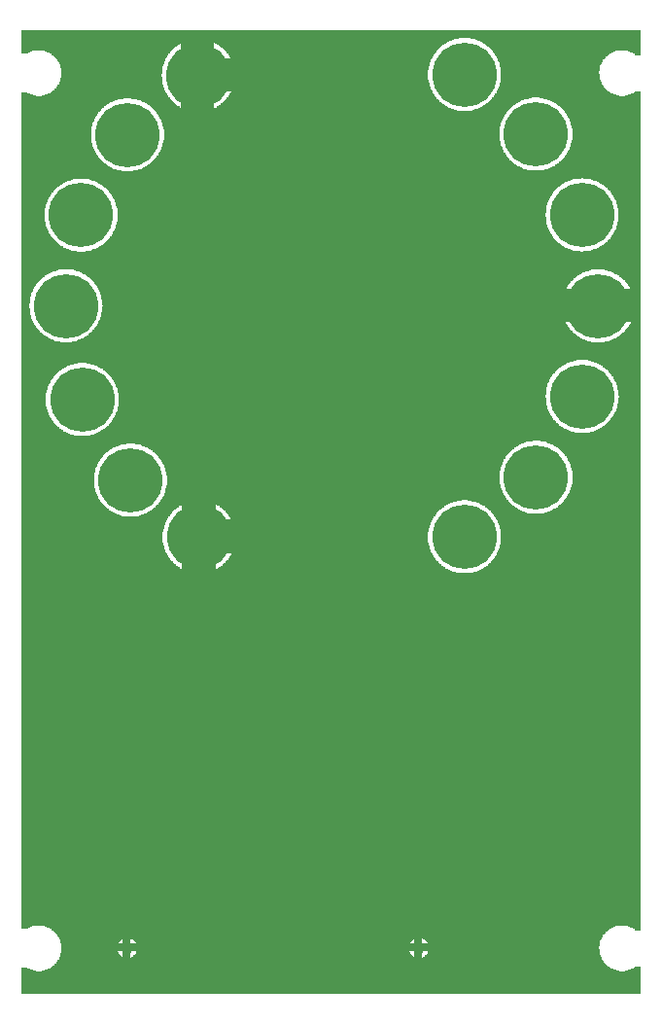
<source format=gbl>
G04 MADE WITH FRITZING*
G04 WWW.FRITZING.ORG*
G04 DOUBLE SIDED*
G04 HOLES PLATED*
G04 CONTOUR ON CENTER OF CONTOUR VECTOR*
%ASAXBY*%
%FSLAX23Y23*%
%MOIN*%
%OFA0B0*%
%SFA1.0B1.0*%
%ADD10C,0.075000*%
%ADD11C,0.220472*%
%ADD12C,0.039370*%
%LNCOPPER0*%
G90*
G70*
G54D10*
X828Y3248D03*
G54D11*
X1804Y2988D03*
X1559Y3193D03*
X403Y2986D03*
X248Y2079D03*
X1962Y2712D03*
X646Y3190D03*
X244Y2711D03*
X192Y2400D03*
X413Y1803D03*
X649Y1608D03*
X1559Y1608D03*
X2017Y2400D03*
X1804Y1812D03*
X1962Y2089D03*
G54D12*
X402Y199D03*
X1402Y199D03*
G36*
X40Y3346D02*
X40Y3318D01*
X1578Y3318D01*
X1578Y3316D01*
X1588Y3316D01*
X1588Y3314D01*
X1596Y3314D01*
X1596Y3312D01*
X1602Y3312D01*
X1602Y3310D01*
X1606Y3310D01*
X1606Y3308D01*
X1612Y3308D01*
X1612Y3306D01*
X1616Y3306D01*
X1616Y3304D01*
X1620Y3304D01*
X1620Y3302D01*
X1622Y3302D01*
X1622Y3300D01*
X1626Y3300D01*
X1626Y3298D01*
X1628Y3298D01*
X1628Y3296D01*
X1632Y3296D01*
X1632Y3294D01*
X1634Y3294D01*
X1634Y3292D01*
X1636Y3292D01*
X1636Y3290D01*
X1640Y3290D01*
X1640Y3288D01*
X1642Y3288D01*
X1642Y3286D01*
X1644Y3286D01*
X1644Y3284D01*
X1646Y3284D01*
X1646Y3282D01*
X1648Y3282D01*
X1648Y3280D01*
X1650Y3280D01*
X1650Y3278D01*
X1652Y3278D01*
X1652Y3276D01*
X2112Y3276D01*
X2112Y3274D01*
X2120Y3274D01*
X2120Y3272D01*
X2126Y3272D01*
X2126Y3270D01*
X2132Y3270D01*
X2132Y3268D01*
X2136Y3268D01*
X2136Y3266D01*
X2138Y3266D01*
X2138Y3264D01*
X2142Y3264D01*
X2142Y3262D01*
X2144Y3262D01*
X2144Y3260D01*
X2164Y3260D01*
X2164Y3346D01*
X40Y3346D01*
G37*
D02*
G36*
X40Y3318D02*
X40Y3316D01*
X650Y3316D01*
X650Y3314D01*
X668Y3314D01*
X668Y3312D01*
X678Y3312D01*
X678Y3310D01*
X684Y3310D01*
X684Y3308D01*
X690Y3308D01*
X690Y3306D01*
X696Y3306D01*
X696Y3304D01*
X700Y3304D01*
X700Y3302D01*
X704Y3302D01*
X704Y3300D01*
X708Y3300D01*
X708Y3298D01*
X710Y3298D01*
X710Y3296D01*
X714Y3296D01*
X714Y3294D01*
X716Y3294D01*
X716Y3292D01*
X720Y3292D01*
X720Y3290D01*
X722Y3290D01*
X722Y3288D01*
X724Y3288D01*
X724Y3286D01*
X728Y3286D01*
X728Y3284D01*
X730Y3284D01*
X730Y3282D01*
X732Y3282D01*
X732Y3280D01*
X734Y3280D01*
X734Y3278D01*
X736Y3278D01*
X736Y3276D01*
X738Y3276D01*
X738Y3274D01*
X740Y3274D01*
X740Y3272D01*
X742Y3272D01*
X742Y3268D01*
X744Y3268D01*
X744Y3266D01*
X746Y3266D01*
X746Y3264D01*
X748Y3264D01*
X748Y3260D01*
X750Y3260D01*
X750Y3258D01*
X752Y3258D01*
X752Y3254D01*
X754Y3254D01*
X754Y3252D01*
X756Y3252D01*
X756Y3248D01*
X758Y3248D01*
X758Y3244D01*
X760Y3244D01*
X760Y3240D01*
X762Y3240D01*
X762Y3234D01*
X764Y3234D01*
X764Y3228D01*
X766Y3228D01*
X766Y3222D01*
X768Y3222D01*
X768Y3212D01*
X770Y3212D01*
X770Y3192D01*
X772Y3192D01*
X772Y3188D01*
X770Y3188D01*
X770Y3168D01*
X768Y3168D01*
X768Y3158D01*
X766Y3158D01*
X766Y3152D01*
X764Y3152D01*
X764Y3146D01*
X762Y3146D01*
X762Y3140D01*
X760Y3140D01*
X760Y3136D01*
X758Y3136D01*
X758Y3132D01*
X756Y3132D01*
X756Y3128D01*
X754Y3128D01*
X754Y3126D01*
X752Y3126D01*
X752Y3122D01*
X750Y3122D01*
X750Y3120D01*
X748Y3120D01*
X748Y3116D01*
X746Y3116D01*
X746Y3114D01*
X744Y3114D01*
X744Y3112D01*
X742Y3112D01*
X742Y3108D01*
X740Y3108D01*
X740Y3106D01*
X738Y3106D01*
X738Y3104D01*
X736Y3104D01*
X736Y3102D01*
X734Y3102D01*
X734Y3100D01*
X732Y3100D01*
X732Y3098D01*
X730Y3098D01*
X730Y3096D01*
X728Y3096D01*
X728Y3094D01*
X724Y3094D01*
X724Y3092D01*
X722Y3092D01*
X722Y3090D01*
X720Y3090D01*
X720Y3088D01*
X716Y3088D01*
X716Y3086D01*
X714Y3086D01*
X714Y3084D01*
X710Y3084D01*
X710Y3082D01*
X708Y3082D01*
X708Y3080D01*
X704Y3080D01*
X704Y3078D01*
X700Y3078D01*
X700Y3076D01*
X696Y3076D01*
X696Y3074D01*
X690Y3074D01*
X690Y3072D01*
X684Y3072D01*
X684Y3070D01*
X678Y3070D01*
X678Y3068D01*
X1544Y3068D01*
X1544Y3070D01*
X1532Y3070D01*
X1532Y3072D01*
X1524Y3072D01*
X1524Y3074D01*
X1518Y3074D01*
X1518Y3076D01*
X1512Y3076D01*
X1512Y3078D01*
X1508Y3078D01*
X1508Y3080D01*
X1504Y3080D01*
X1504Y3082D01*
X1500Y3082D01*
X1500Y3084D01*
X1496Y3084D01*
X1496Y3086D01*
X1494Y3086D01*
X1494Y3088D01*
X1490Y3088D01*
X1490Y3090D01*
X1488Y3090D01*
X1488Y3092D01*
X1484Y3092D01*
X1484Y3094D01*
X1482Y3094D01*
X1482Y3096D01*
X1480Y3096D01*
X1480Y3098D01*
X1476Y3098D01*
X1476Y3100D01*
X1474Y3100D01*
X1474Y3102D01*
X1472Y3102D01*
X1472Y3104D01*
X1470Y3104D01*
X1470Y3106D01*
X1468Y3106D01*
X1468Y3108D01*
X1466Y3108D01*
X1466Y3110D01*
X1464Y3110D01*
X1464Y3112D01*
X1462Y3112D01*
X1462Y3116D01*
X1460Y3116D01*
X1460Y3118D01*
X1458Y3118D01*
X1458Y3120D01*
X1456Y3120D01*
X1456Y3124D01*
X1454Y3124D01*
X1454Y3128D01*
X1452Y3128D01*
X1452Y3130D01*
X1450Y3130D01*
X1450Y3134D01*
X1448Y3134D01*
X1448Y3138D01*
X1446Y3138D01*
X1446Y3142D01*
X1444Y3142D01*
X1444Y3146D01*
X1442Y3146D01*
X1442Y3152D01*
X1440Y3152D01*
X1440Y3158D01*
X1438Y3158D01*
X1438Y3166D01*
X1436Y3166D01*
X1436Y3176D01*
X1434Y3176D01*
X1434Y3210D01*
X1436Y3210D01*
X1436Y3222D01*
X1438Y3222D01*
X1438Y3228D01*
X1440Y3228D01*
X1440Y3234D01*
X1442Y3234D01*
X1442Y3240D01*
X1444Y3240D01*
X1444Y3244D01*
X1446Y3244D01*
X1446Y3250D01*
X1448Y3250D01*
X1448Y3254D01*
X1450Y3254D01*
X1450Y3256D01*
X1452Y3256D01*
X1452Y3260D01*
X1454Y3260D01*
X1454Y3262D01*
X1456Y3262D01*
X1456Y3266D01*
X1458Y3266D01*
X1458Y3268D01*
X1460Y3268D01*
X1460Y3270D01*
X1462Y3270D01*
X1462Y3274D01*
X1464Y3274D01*
X1464Y3276D01*
X1466Y3276D01*
X1466Y3278D01*
X1468Y3278D01*
X1468Y3280D01*
X1470Y3280D01*
X1470Y3282D01*
X1472Y3282D01*
X1472Y3284D01*
X1474Y3284D01*
X1474Y3286D01*
X1476Y3286D01*
X1476Y3288D01*
X1478Y3288D01*
X1478Y3290D01*
X1480Y3290D01*
X1480Y3292D01*
X1484Y3292D01*
X1484Y3294D01*
X1486Y3294D01*
X1486Y3296D01*
X1490Y3296D01*
X1490Y3298D01*
X1492Y3298D01*
X1492Y3300D01*
X1496Y3300D01*
X1496Y3302D01*
X1498Y3302D01*
X1498Y3304D01*
X1502Y3304D01*
X1502Y3306D01*
X1506Y3306D01*
X1506Y3308D01*
X1512Y3308D01*
X1512Y3310D01*
X1516Y3310D01*
X1516Y3312D01*
X1522Y3312D01*
X1522Y3314D01*
X1530Y3314D01*
X1530Y3316D01*
X1540Y3316D01*
X1540Y3318D01*
X40Y3318D01*
G37*
D02*
G36*
X40Y3316D02*
X40Y3276D01*
X112Y3276D01*
X112Y3274D01*
X120Y3274D01*
X120Y3272D01*
X126Y3272D01*
X126Y3270D01*
X132Y3270D01*
X132Y3268D01*
X136Y3268D01*
X136Y3266D01*
X138Y3266D01*
X138Y3264D01*
X142Y3264D01*
X142Y3262D01*
X144Y3262D01*
X144Y3260D01*
X148Y3260D01*
X148Y3258D01*
X150Y3258D01*
X150Y3256D01*
X152Y3256D01*
X152Y3254D01*
X154Y3254D01*
X154Y3252D01*
X156Y3252D01*
X156Y3250D01*
X158Y3250D01*
X158Y3248D01*
X160Y3248D01*
X160Y3244D01*
X162Y3244D01*
X162Y3242D01*
X164Y3242D01*
X164Y3240D01*
X166Y3240D01*
X166Y3236D01*
X168Y3236D01*
X168Y3232D01*
X170Y3232D01*
X170Y3228D01*
X172Y3228D01*
X172Y3222D01*
X174Y3222D01*
X174Y3214D01*
X176Y3214D01*
X176Y3182D01*
X174Y3182D01*
X174Y3174D01*
X172Y3174D01*
X172Y3170D01*
X170Y3170D01*
X170Y3164D01*
X168Y3164D01*
X168Y3160D01*
X166Y3160D01*
X166Y3158D01*
X164Y3158D01*
X164Y3154D01*
X162Y3154D01*
X162Y3152D01*
X160Y3152D01*
X160Y3148D01*
X158Y3148D01*
X158Y3146D01*
X156Y3146D01*
X156Y3144D01*
X154Y3144D01*
X154Y3142D01*
X152Y3142D01*
X152Y3140D01*
X150Y3140D01*
X150Y3138D01*
X146Y3138D01*
X146Y3136D01*
X144Y3136D01*
X144Y3134D01*
X142Y3134D01*
X142Y3132D01*
X138Y3132D01*
X138Y3130D01*
X134Y3130D01*
X134Y3128D01*
X130Y3128D01*
X130Y3126D01*
X126Y3126D01*
X126Y3124D01*
X118Y3124D01*
X118Y3122D01*
X108Y3122D01*
X108Y3120D01*
X542Y3120D01*
X542Y3122D01*
X540Y3122D01*
X540Y3126D01*
X538Y3126D01*
X538Y3128D01*
X536Y3128D01*
X536Y3132D01*
X534Y3132D01*
X534Y3136D01*
X532Y3136D01*
X532Y3140D01*
X530Y3140D01*
X530Y3146D01*
X528Y3146D01*
X528Y3150D01*
X526Y3150D01*
X526Y3158D01*
X524Y3158D01*
X524Y3166D01*
X522Y3166D01*
X522Y3184D01*
X520Y3184D01*
X520Y3196D01*
X522Y3196D01*
X522Y3214D01*
X524Y3214D01*
X524Y3222D01*
X526Y3222D01*
X526Y3230D01*
X528Y3230D01*
X528Y3234D01*
X530Y3234D01*
X530Y3240D01*
X532Y3240D01*
X532Y3244D01*
X534Y3244D01*
X534Y3248D01*
X536Y3248D01*
X536Y3252D01*
X538Y3252D01*
X538Y3254D01*
X540Y3254D01*
X540Y3258D01*
X542Y3258D01*
X542Y3260D01*
X544Y3260D01*
X544Y3264D01*
X546Y3264D01*
X546Y3266D01*
X548Y3266D01*
X548Y3270D01*
X550Y3270D01*
X550Y3272D01*
X552Y3272D01*
X552Y3274D01*
X554Y3274D01*
X554Y3276D01*
X556Y3276D01*
X556Y3278D01*
X558Y3278D01*
X558Y3280D01*
X560Y3280D01*
X560Y3282D01*
X562Y3282D01*
X562Y3284D01*
X564Y3284D01*
X564Y3286D01*
X566Y3286D01*
X566Y3288D01*
X570Y3288D01*
X570Y3290D01*
X572Y3290D01*
X572Y3292D01*
X576Y3292D01*
X576Y3294D01*
X578Y3294D01*
X578Y3296D01*
X582Y3296D01*
X582Y3298D01*
X584Y3298D01*
X584Y3300D01*
X588Y3300D01*
X588Y3302D01*
X592Y3302D01*
X592Y3304D01*
X596Y3304D01*
X596Y3306D01*
X602Y3306D01*
X602Y3308D01*
X608Y3308D01*
X608Y3310D01*
X614Y3310D01*
X614Y3312D01*
X622Y3312D01*
X622Y3314D01*
X642Y3314D01*
X642Y3316D01*
X40Y3316D01*
G37*
D02*
G36*
X40Y3276D02*
X40Y3266D01*
X62Y3266D01*
X62Y3268D01*
X66Y3268D01*
X66Y3270D01*
X70Y3270D01*
X70Y3272D01*
X76Y3272D01*
X76Y3274D01*
X86Y3274D01*
X86Y3276D01*
X40Y3276D01*
G37*
D02*
G36*
X1654Y3276D02*
X1654Y3274D01*
X1656Y3274D01*
X1656Y3270D01*
X1658Y3270D01*
X1658Y3268D01*
X1660Y3268D01*
X1660Y3266D01*
X1662Y3266D01*
X1662Y3262D01*
X1664Y3262D01*
X1664Y3260D01*
X1666Y3260D01*
X1666Y3256D01*
X1668Y3256D01*
X1668Y3252D01*
X1670Y3252D01*
X1670Y3248D01*
X1672Y3248D01*
X1672Y3244D01*
X1674Y3244D01*
X1674Y3240D01*
X1676Y3240D01*
X1676Y3234D01*
X1678Y3234D01*
X1678Y3228D01*
X1680Y3228D01*
X1680Y3220D01*
X1682Y3220D01*
X1682Y3210D01*
X1684Y3210D01*
X1684Y3178D01*
X1682Y3178D01*
X1682Y3166D01*
X1680Y3166D01*
X1680Y3158D01*
X1678Y3158D01*
X1678Y3152D01*
X1676Y3152D01*
X1676Y3146D01*
X1674Y3146D01*
X1674Y3142D01*
X1672Y3142D01*
X1672Y3138D01*
X1670Y3138D01*
X1670Y3134D01*
X1668Y3134D01*
X1668Y3130D01*
X1666Y3130D01*
X1666Y3128D01*
X1664Y3128D01*
X1664Y3124D01*
X1662Y3124D01*
X1662Y3122D01*
X1660Y3122D01*
X1660Y3120D01*
X2090Y3120D01*
X2090Y3122D01*
X2078Y3122D01*
X2078Y3124D01*
X2072Y3124D01*
X2072Y3126D01*
X2068Y3126D01*
X2068Y3128D01*
X2064Y3128D01*
X2064Y3130D01*
X2060Y3130D01*
X2060Y3132D01*
X2056Y3132D01*
X2056Y3134D01*
X2054Y3134D01*
X2054Y3136D01*
X2050Y3136D01*
X2050Y3138D01*
X2048Y3138D01*
X2048Y3140D01*
X2046Y3140D01*
X2046Y3142D01*
X2044Y3142D01*
X2044Y3144D01*
X2042Y3144D01*
X2042Y3146D01*
X2040Y3146D01*
X2040Y3148D01*
X2038Y3148D01*
X2038Y3150D01*
X2036Y3150D01*
X2036Y3154D01*
X2034Y3154D01*
X2034Y3156D01*
X2032Y3156D01*
X2032Y3160D01*
X2030Y3160D01*
X2030Y3164D01*
X2028Y3164D01*
X2028Y3168D01*
X2026Y3168D01*
X2026Y3174D01*
X2024Y3174D01*
X2024Y3180D01*
X2022Y3180D01*
X2022Y3194D01*
X2020Y3194D01*
X2020Y3204D01*
X2022Y3204D01*
X2022Y3216D01*
X2024Y3216D01*
X2024Y3224D01*
X2026Y3224D01*
X2026Y3228D01*
X2028Y3228D01*
X2028Y3234D01*
X2030Y3234D01*
X2030Y3236D01*
X2032Y3236D01*
X2032Y3240D01*
X2034Y3240D01*
X2034Y3244D01*
X2036Y3244D01*
X2036Y3246D01*
X2038Y3246D01*
X2038Y3248D01*
X2040Y3248D01*
X2040Y3250D01*
X2042Y3250D01*
X2042Y3252D01*
X2044Y3252D01*
X2044Y3254D01*
X2046Y3254D01*
X2046Y3256D01*
X2048Y3256D01*
X2048Y3258D01*
X2050Y3258D01*
X2050Y3260D01*
X2052Y3260D01*
X2052Y3262D01*
X2056Y3262D01*
X2056Y3264D01*
X2058Y3264D01*
X2058Y3266D01*
X2062Y3266D01*
X2062Y3268D01*
X2066Y3268D01*
X2066Y3270D01*
X2070Y3270D01*
X2070Y3272D01*
X2076Y3272D01*
X2076Y3274D01*
X2086Y3274D01*
X2086Y3276D01*
X1654Y3276D01*
G37*
D02*
G36*
X2144Y3136D02*
X2144Y3134D01*
X2142Y3134D01*
X2142Y3132D01*
X2138Y3132D01*
X2138Y3130D01*
X2134Y3130D01*
X2134Y3128D01*
X2130Y3128D01*
X2130Y3126D01*
X2126Y3126D01*
X2126Y3124D01*
X2118Y3124D01*
X2118Y3122D01*
X2108Y3122D01*
X2108Y3120D01*
X2164Y3120D01*
X2164Y3136D01*
X2144Y3136D01*
G37*
D02*
G36*
X40Y3132D02*
X40Y3120D01*
X90Y3120D01*
X90Y3122D01*
X78Y3122D01*
X78Y3124D01*
X72Y3124D01*
X72Y3126D01*
X68Y3126D01*
X68Y3128D01*
X64Y3128D01*
X64Y3130D01*
X60Y3130D01*
X60Y3132D01*
X40Y3132D01*
G37*
D02*
G36*
X40Y3120D02*
X40Y3118D01*
X542Y3118D01*
X542Y3120D01*
X40Y3120D01*
G37*
D02*
G36*
X40Y3120D02*
X40Y3118D01*
X542Y3118D01*
X542Y3120D01*
X40Y3120D01*
G37*
D02*
G36*
X1660Y3120D02*
X1660Y3118D01*
X2164Y3118D01*
X2164Y3120D01*
X1660Y3120D01*
G37*
D02*
G36*
X1660Y3120D02*
X1660Y3118D01*
X2164Y3118D01*
X2164Y3120D01*
X1660Y3120D01*
G37*
D02*
G36*
X40Y3118D02*
X40Y3112D01*
X416Y3112D01*
X416Y3110D01*
X430Y3110D01*
X430Y3108D01*
X436Y3108D01*
X436Y3106D01*
X444Y3106D01*
X444Y3104D01*
X448Y3104D01*
X448Y3102D01*
X454Y3102D01*
X454Y3100D01*
X458Y3100D01*
X458Y3098D01*
X462Y3098D01*
X462Y3096D01*
X466Y3096D01*
X466Y3094D01*
X468Y3094D01*
X468Y3092D01*
X472Y3092D01*
X472Y3090D01*
X474Y3090D01*
X474Y3088D01*
X478Y3088D01*
X478Y3086D01*
X480Y3086D01*
X480Y3084D01*
X482Y3084D01*
X482Y3082D01*
X486Y3082D01*
X486Y3080D01*
X488Y3080D01*
X488Y3078D01*
X490Y3078D01*
X490Y3076D01*
X492Y3076D01*
X492Y3074D01*
X494Y3074D01*
X494Y3072D01*
X496Y3072D01*
X496Y3070D01*
X498Y3070D01*
X498Y3068D01*
X500Y3068D01*
X500Y3064D01*
X640Y3064D01*
X640Y3066D01*
X622Y3066D01*
X622Y3068D01*
X614Y3068D01*
X614Y3070D01*
X608Y3070D01*
X608Y3072D01*
X602Y3072D01*
X602Y3074D01*
X596Y3074D01*
X596Y3076D01*
X592Y3076D01*
X592Y3078D01*
X588Y3078D01*
X588Y3080D01*
X584Y3080D01*
X584Y3082D01*
X582Y3082D01*
X582Y3084D01*
X578Y3084D01*
X578Y3086D01*
X574Y3086D01*
X574Y3088D01*
X572Y3088D01*
X572Y3090D01*
X570Y3090D01*
X570Y3092D01*
X566Y3092D01*
X566Y3094D01*
X564Y3094D01*
X564Y3096D01*
X562Y3096D01*
X562Y3098D01*
X560Y3098D01*
X560Y3100D01*
X558Y3100D01*
X558Y3102D01*
X556Y3102D01*
X556Y3104D01*
X554Y3104D01*
X554Y3106D01*
X552Y3106D01*
X552Y3108D01*
X550Y3108D01*
X550Y3110D01*
X548Y3110D01*
X548Y3114D01*
X546Y3114D01*
X546Y3116D01*
X544Y3116D01*
X544Y3118D01*
X40Y3118D01*
G37*
D02*
G36*
X1658Y3118D02*
X1658Y3116D01*
X1656Y3116D01*
X1656Y3114D01*
X1816Y3114D01*
X1816Y3112D01*
X1830Y3112D01*
X1830Y3110D01*
X1838Y3110D01*
X1838Y3108D01*
X1844Y3108D01*
X1844Y3106D01*
X1850Y3106D01*
X1850Y3104D01*
X1854Y3104D01*
X1854Y3102D01*
X1858Y3102D01*
X1858Y3100D01*
X1862Y3100D01*
X1862Y3098D01*
X1866Y3098D01*
X1866Y3096D01*
X1870Y3096D01*
X1870Y3094D01*
X1872Y3094D01*
X1872Y3092D01*
X1876Y3092D01*
X1876Y3090D01*
X1878Y3090D01*
X1878Y3088D01*
X1880Y3088D01*
X1880Y3086D01*
X1884Y3086D01*
X1884Y3084D01*
X1886Y3084D01*
X1886Y3082D01*
X1888Y3082D01*
X1888Y3080D01*
X1890Y3080D01*
X1890Y3078D01*
X1892Y3078D01*
X1892Y3076D01*
X1894Y3076D01*
X1894Y3074D01*
X1896Y3074D01*
X1896Y3072D01*
X1898Y3072D01*
X1898Y3070D01*
X1900Y3070D01*
X1900Y3068D01*
X1902Y3068D01*
X1902Y3064D01*
X1904Y3064D01*
X1904Y3062D01*
X1906Y3062D01*
X1906Y3060D01*
X1908Y3060D01*
X1908Y3056D01*
X1910Y3056D01*
X1910Y3052D01*
X1912Y3052D01*
X1912Y3050D01*
X1914Y3050D01*
X1914Y3046D01*
X1916Y3046D01*
X1916Y3042D01*
X1918Y3042D01*
X1918Y3038D01*
X1920Y3038D01*
X1920Y3032D01*
X1922Y3032D01*
X1922Y3026D01*
X1924Y3026D01*
X1924Y3020D01*
X1926Y3020D01*
X1926Y3010D01*
X1928Y3010D01*
X1928Y2968D01*
X1926Y2968D01*
X1926Y2958D01*
X1924Y2958D01*
X1924Y2950D01*
X1922Y2950D01*
X1922Y2944D01*
X1920Y2944D01*
X1920Y2940D01*
X1918Y2940D01*
X1918Y2936D01*
X1916Y2936D01*
X1916Y2932D01*
X1914Y2932D01*
X1914Y2928D01*
X1912Y2928D01*
X1912Y2924D01*
X1910Y2924D01*
X1910Y2922D01*
X1908Y2922D01*
X1908Y2918D01*
X1906Y2918D01*
X1906Y2916D01*
X1904Y2916D01*
X1904Y2912D01*
X1902Y2912D01*
X1902Y2910D01*
X1900Y2910D01*
X1900Y2908D01*
X1898Y2908D01*
X1898Y2906D01*
X1896Y2906D01*
X1896Y2902D01*
X1894Y2902D01*
X1894Y2900D01*
X1892Y2900D01*
X1892Y2898D01*
X1890Y2898D01*
X1890Y2896D01*
X1886Y2896D01*
X1886Y2894D01*
X1884Y2894D01*
X1884Y2892D01*
X1882Y2892D01*
X1882Y2890D01*
X1880Y2890D01*
X1880Y2888D01*
X1876Y2888D01*
X1876Y2886D01*
X1874Y2886D01*
X1874Y2884D01*
X1870Y2884D01*
X1870Y2882D01*
X1868Y2882D01*
X1868Y2880D01*
X1864Y2880D01*
X1864Y2878D01*
X1860Y2878D01*
X1860Y2876D01*
X1856Y2876D01*
X1856Y2874D01*
X1852Y2874D01*
X1852Y2872D01*
X1846Y2872D01*
X1846Y2870D01*
X1842Y2870D01*
X1842Y2868D01*
X1834Y2868D01*
X1834Y2866D01*
X1824Y2866D01*
X1824Y2864D01*
X2164Y2864D01*
X2164Y3118D01*
X1658Y3118D01*
G37*
D02*
G36*
X1654Y3114D02*
X1654Y3110D01*
X1652Y3110D01*
X1652Y3108D01*
X1650Y3108D01*
X1650Y3106D01*
X1648Y3106D01*
X1648Y3104D01*
X1646Y3104D01*
X1646Y3102D01*
X1644Y3102D01*
X1644Y3100D01*
X1642Y3100D01*
X1642Y3098D01*
X1638Y3098D01*
X1638Y3096D01*
X1636Y3096D01*
X1636Y3094D01*
X1634Y3094D01*
X1634Y3092D01*
X1630Y3092D01*
X1630Y3090D01*
X1628Y3090D01*
X1628Y3088D01*
X1624Y3088D01*
X1624Y3086D01*
X1622Y3086D01*
X1622Y3084D01*
X1618Y3084D01*
X1618Y3082D01*
X1614Y3082D01*
X1614Y3080D01*
X1610Y3080D01*
X1610Y3078D01*
X1606Y3078D01*
X1606Y3076D01*
X1600Y3076D01*
X1600Y3074D01*
X1594Y3074D01*
X1594Y3072D01*
X1586Y3072D01*
X1586Y3070D01*
X1574Y3070D01*
X1574Y3068D01*
X1708Y3068D01*
X1708Y3070D01*
X1710Y3070D01*
X1710Y3072D01*
X1712Y3072D01*
X1712Y3074D01*
X1714Y3074D01*
X1714Y3076D01*
X1716Y3076D01*
X1716Y3078D01*
X1718Y3078D01*
X1718Y3080D01*
X1720Y3080D01*
X1720Y3082D01*
X1722Y3082D01*
X1722Y3084D01*
X1724Y3084D01*
X1724Y3086D01*
X1726Y3086D01*
X1726Y3088D01*
X1730Y3088D01*
X1730Y3090D01*
X1732Y3090D01*
X1732Y3092D01*
X1736Y3092D01*
X1736Y3094D01*
X1738Y3094D01*
X1738Y3096D01*
X1742Y3096D01*
X1742Y3098D01*
X1746Y3098D01*
X1746Y3100D01*
X1750Y3100D01*
X1750Y3102D01*
X1754Y3102D01*
X1754Y3104D01*
X1758Y3104D01*
X1758Y3106D01*
X1764Y3106D01*
X1764Y3108D01*
X1770Y3108D01*
X1770Y3110D01*
X1778Y3110D01*
X1778Y3112D01*
X1790Y3112D01*
X1790Y3114D01*
X1654Y3114D01*
G37*
D02*
G36*
X40Y3112D02*
X40Y2862D01*
X384Y2862D01*
X384Y2864D01*
X374Y2864D01*
X374Y2866D01*
X366Y2866D01*
X366Y2868D01*
X360Y2868D01*
X360Y2870D01*
X354Y2870D01*
X354Y2872D01*
X350Y2872D01*
X350Y2874D01*
X346Y2874D01*
X346Y2876D01*
X342Y2876D01*
X342Y2878D01*
X340Y2878D01*
X340Y2880D01*
X336Y2880D01*
X336Y2882D01*
X334Y2882D01*
X334Y2884D01*
X330Y2884D01*
X330Y2886D01*
X328Y2886D01*
X328Y2888D01*
X324Y2888D01*
X324Y2890D01*
X322Y2890D01*
X322Y2892D01*
X320Y2892D01*
X320Y2894D01*
X318Y2894D01*
X318Y2896D01*
X316Y2896D01*
X316Y2898D01*
X314Y2898D01*
X314Y2900D01*
X312Y2900D01*
X312Y2902D01*
X310Y2902D01*
X310Y2904D01*
X308Y2904D01*
X308Y2906D01*
X306Y2906D01*
X306Y2910D01*
X304Y2910D01*
X304Y2912D01*
X302Y2912D01*
X302Y2914D01*
X300Y2914D01*
X300Y2918D01*
X298Y2918D01*
X298Y2920D01*
X296Y2920D01*
X296Y2924D01*
X294Y2924D01*
X294Y2928D01*
X292Y2928D01*
X292Y2932D01*
X290Y2932D01*
X290Y2936D01*
X288Y2936D01*
X288Y2940D01*
X286Y2940D01*
X286Y2946D01*
X284Y2946D01*
X284Y2952D01*
X282Y2952D01*
X282Y2960D01*
X280Y2960D01*
X280Y2972D01*
X278Y2972D01*
X278Y3002D01*
X280Y3002D01*
X280Y3014D01*
X282Y3014D01*
X282Y3020D01*
X284Y3020D01*
X284Y3028D01*
X286Y3028D01*
X286Y3032D01*
X288Y3032D01*
X288Y3038D01*
X290Y3038D01*
X290Y3042D01*
X292Y3042D01*
X292Y3046D01*
X294Y3046D01*
X294Y3048D01*
X296Y3048D01*
X296Y3052D01*
X298Y3052D01*
X298Y3056D01*
X300Y3056D01*
X300Y3058D01*
X302Y3058D01*
X302Y3062D01*
X304Y3062D01*
X304Y3064D01*
X306Y3064D01*
X306Y3066D01*
X308Y3066D01*
X308Y3068D01*
X310Y3068D01*
X310Y3070D01*
X312Y3070D01*
X312Y3074D01*
X314Y3074D01*
X314Y3076D01*
X316Y3076D01*
X316Y3078D01*
X320Y3078D01*
X320Y3080D01*
X322Y3080D01*
X322Y3082D01*
X324Y3082D01*
X324Y3084D01*
X326Y3084D01*
X326Y3086D01*
X330Y3086D01*
X330Y3088D01*
X332Y3088D01*
X332Y3090D01*
X334Y3090D01*
X334Y3092D01*
X338Y3092D01*
X338Y3094D01*
X342Y3094D01*
X342Y3096D01*
X344Y3096D01*
X344Y3098D01*
X348Y3098D01*
X348Y3100D01*
X352Y3100D01*
X352Y3102D01*
X358Y3102D01*
X358Y3104D01*
X364Y3104D01*
X364Y3106D01*
X370Y3106D01*
X370Y3108D01*
X378Y3108D01*
X378Y3110D01*
X390Y3110D01*
X390Y3112D01*
X40Y3112D01*
G37*
D02*
G36*
X670Y3068D02*
X670Y3066D01*
X1706Y3066D01*
X1706Y3068D01*
X670Y3068D01*
G37*
D02*
G36*
X670Y3068D02*
X670Y3066D01*
X1706Y3066D01*
X1706Y3068D01*
X670Y3068D01*
G37*
D02*
G36*
X652Y3066D02*
X652Y3064D01*
X1704Y3064D01*
X1704Y3066D01*
X652Y3066D01*
G37*
D02*
G36*
X502Y3064D02*
X502Y3062D01*
X1704Y3062D01*
X1704Y3064D01*
X502Y3064D01*
G37*
D02*
G36*
X502Y3064D02*
X502Y3062D01*
X1704Y3062D01*
X1704Y3064D01*
X502Y3064D01*
G37*
D02*
G36*
X504Y3062D02*
X504Y3060D01*
X506Y3060D01*
X506Y3056D01*
X508Y3056D01*
X508Y3054D01*
X510Y3054D01*
X510Y3050D01*
X512Y3050D01*
X512Y3046D01*
X514Y3046D01*
X514Y3042D01*
X516Y3042D01*
X516Y3038D01*
X518Y3038D01*
X518Y3034D01*
X520Y3034D01*
X520Y3028D01*
X522Y3028D01*
X522Y3024D01*
X524Y3024D01*
X524Y3016D01*
X526Y3016D01*
X526Y3004D01*
X528Y3004D01*
X528Y2968D01*
X526Y2968D01*
X526Y2958D01*
X524Y2958D01*
X524Y2950D01*
X522Y2950D01*
X522Y2944D01*
X520Y2944D01*
X520Y2938D01*
X518Y2938D01*
X518Y2934D01*
X516Y2934D01*
X516Y2930D01*
X514Y2930D01*
X514Y2926D01*
X512Y2926D01*
X512Y2924D01*
X510Y2924D01*
X510Y2920D01*
X508Y2920D01*
X508Y2916D01*
X506Y2916D01*
X506Y2914D01*
X504Y2914D01*
X504Y2912D01*
X502Y2912D01*
X502Y2908D01*
X500Y2908D01*
X500Y2906D01*
X498Y2906D01*
X498Y2904D01*
X496Y2904D01*
X496Y2902D01*
X494Y2902D01*
X494Y2900D01*
X492Y2900D01*
X492Y2898D01*
X490Y2898D01*
X490Y2896D01*
X488Y2896D01*
X488Y2894D01*
X486Y2894D01*
X486Y2892D01*
X484Y2892D01*
X484Y2890D01*
X482Y2890D01*
X482Y2888D01*
X478Y2888D01*
X478Y2886D01*
X476Y2886D01*
X476Y2884D01*
X474Y2884D01*
X474Y2882D01*
X470Y2882D01*
X470Y2880D01*
X468Y2880D01*
X468Y2878D01*
X464Y2878D01*
X464Y2876D01*
X460Y2876D01*
X460Y2874D01*
X456Y2874D01*
X456Y2872D01*
X452Y2872D01*
X452Y2870D01*
X446Y2870D01*
X446Y2868D01*
X440Y2868D01*
X440Y2866D01*
X434Y2866D01*
X434Y2864D01*
X1784Y2864D01*
X1784Y2866D01*
X1774Y2866D01*
X1774Y2868D01*
X1766Y2868D01*
X1766Y2870D01*
X1760Y2870D01*
X1760Y2872D01*
X1756Y2872D01*
X1756Y2874D01*
X1752Y2874D01*
X1752Y2876D01*
X1748Y2876D01*
X1748Y2878D01*
X1744Y2878D01*
X1744Y2880D01*
X1740Y2880D01*
X1740Y2882D01*
X1736Y2882D01*
X1736Y2884D01*
X1734Y2884D01*
X1734Y2886D01*
X1730Y2886D01*
X1730Y2888D01*
X1728Y2888D01*
X1728Y2890D01*
X1726Y2890D01*
X1726Y2892D01*
X1722Y2892D01*
X1722Y2894D01*
X1720Y2894D01*
X1720Y2896D01*
X1718Y2896D01*
X1718Y2898D01*
X1716Y2898D01*
X1716Y2900D01*
X1714Y2900D01*
X1714Y2902D01*
X1712Y2902D01*
X1712Y2904D01*
X1710Y2904D01*
X1710Y2906D01*
X1708Y2906D01*
X1708Y2910D01*
X1706Y2910D01*
X1706Y2912D01*
X1704Y2912D01*
X1704Y2914D01*
X1702Y2914D01*
X1702Y2918D01*
X1700Y2918D01*
X1700Y2920D01*
X1698Y2920D01*
X1698Y2924D01*
X1696Y2924D01*
X1696Y2926D01*
X1694Y2926D01*
X1694Y2930D01*
X1692Y2930D01*
X1692Y2934D01*
X1690Y2934D01*
X1690Y2938D01*
X1688Y2938D01*
X1688Y2944D01*
X1686Y2944D01*
X1686Y2950D01*
X1684Y2950D01*
X1684Y2956D01*
X1682Y2956D01*
X1682Y2964D01*
X1680Y2964D01*
X1680Y2980D01*
X1678Y2980D01*
X1678Y2998D01*
X1680Y2998D01*
X1680Y3014D01*
X1682Y3014D01*
X1682Y3022D01*
X1684Y3022D01*
X1684Y3028D01*
X1686Y3028D01*
X1686Y3034D01*
X1688Y3034D01*
X1688Y3038D01*
X1690Y3038D01*
X1690Y3042D01*
X1692Y3042D01*
X1692Y3046D01*
X1694Y3046D01*
X1694Y3050D01*
X1696Y3050D01*
X1696Y3054D01*
X1698Y3054D01*
X1698Y3056D01*
X1700Y3056D01*
X1700Y3060D01*
X1702Y3060D01*
X1702Y3062D01*
X504Y3062D01*
G37*
D02*
G36*
X422Y2864D02*
X422Y2862D01*
X2164Y2862D01*
X2164Y2864D01*
X422Y2864D01*
G37*
D02*
G36*
X422Y2864D02*
X422Y2862D01*
X2164Y2862D01*
X2164Y2864D01*
X422Y2864D01*
G37*
D02*
G36*
X40Y2862D02*
X40Y2860D01*
X2164Y2860D01*
X2164Y2862D01*
X40Y2862D01*
G37*
D02*
G36*
X40Y2862D02*
X40Y2860D01*
X2164Y2860D01*
X2164Y2862D01*
X40Y2862D01*
G37*
D02*
G36*
X40Y2860D02*
X40Y2838D01*
X1966Y2838D01*
X1966Y2836D01*
X1984Y2836D01*
X1984Y2834D01*
X1994Y2834D01*
X1994Y2832D01*
X2000Y2832D01*
X2000Y2830D01*
X2006Y2830D01*
X2006Y2828D01*
X2012Y2828D01*
X2012Y2826D01*
X2016Y2826D01*
X2016Y2824D01*
X2020Y2824D01*
X2020Y2822D01*
X2024Y2822D01*
X2024Y2820D01*
X2026Y2820D01*
X2026Y2818D01*
X2030Y2818D01*
X2030Y2816D01*
X2032Y2816D01*
X2032Y2814D01*
X2036Y2814D01*
X2036Y2812D01*
X2038Y2812D01*
X2038Y2810D01*
X2040Y2810D01*
X2040Y2808D01*
X2044Y2808D01*
X2044Y2806D01*
X2046Y2806D01*
X2046Y2804D01*
X2048Y2804D01*
X2048Y2802D01*
X2050Y2802D01*
X2050Y2800D01*
X2052Y2800D01*
X2052Y2798D01*
X2054Y2798D01*
X2054Y2796D01*
X2056Y2796D01*
X2056Y2794D01*
X2058Y2794D01*
X2058Y2790D01*
X2060Y2790D01*
X2060Y2788D01*
X2062Y2788D01*
X2062Y2786D01*
X2064Y2786D01*
X2064Y2782D01*
X2066Y2782D01*
X2066Y2780D01*
X2068Y2780D01*
X2068Y2776D01*
X2070Y2776D01*
X2070Y2772D01*
X2072Y2772D01*
X2072Y2770D01*
X2074Y2770D01*
X2074Y2766D01*
X2076Y2766D01*
X2076Y2762D01*
X2078Y2762D01*
X2078Y2756D01*
X2080Y2756D01*
X2080Y2750D01*
X2082Y2750D01*
X2082Y2742D01*
X2084Y2742D01*
X2084Y2734D01*
X2086Y2734D01*
X2086Y2690D01*
X2084Y2690D01*
X2084Y2682D01*
X2082Y2682D01*
X2082Y2674D01*
X2080Y2674D01*
X2080Y2668D01*
X2078Y2668D01*
X2078Y2662D01*
X2076Y2662D01*
X2076Y2658D01*
X2074Y2658D01*
X2074Y2654D01*
X2072Y2654D01*
X2072Y2652D01*
X2070Y2652D01*
X2070Y2648D01*
X2068Y2648D01*
X2068Y2644D01*
X2066Y2644D01*
X2066Y2642D01*
X2064Y2642D01*
X2064Y2638D01*
X2062Y2638D01*
X2062Y2636D01*
X2060Y2636D01*
X2060Y2634D01*
X2058Y2634D01*
X2058Y2630D01*
X2056Y2630D01*
X2056Y2628D01*
X2054Y2628D01*
X2054Y2626D01*
X2052Y2626D01*
X2052Y2624D01*
X2050Y2624D01*
X2050Y2622D01*
X2048Y2622D01*
X2048Y2620D01*
X2046Y2620D01*
X2046Y2618D01*
X2044Y2618D01*
X2044Y2616D01*
X2040Y2616D01*
X2040Y2614D01*
X2038Y2614D01*
X2038Y2612D01*
X2036Y2612D01*
X2036Y2610D01*
X2032Y2610D01*
X2032Y2608D01*
X2030Y2608D01*
X2030Y2606D01*
X2026Y2606D01*
X2026Y2604D01*
X2024Y2604D01*
X2024Y2602D01*
X2020Y2602D01*
X2020Y2600D01*
X2016Y2600D01*
X2016Y2598D01*
X2012Y2598D01*
X2012Y2596D01*
X2006Y2596D01*
X2006Y2594D01*
X2000Y2594D01*
X2000Y2592D01*
X1994Y2592D01*
X1994Y2590D01*
X1986Y2590D01*
X1986Y2588D01*
X1966Y2588D01*
X1966Y2586D01*
X2164Y2586D01*
X2164Y2860D01*
X40Y2860D01*
G37*
D02*
G36*
X40Y2838D02*
X40Y2836D01*
X262Y2836D01*
X262Y2834D01*
X272Y2834D01*
X272Y2832D01*
X280Y2832D01*
X280Y2830D01*
X286Y2830D01*
X286Y2828D01*
X292Y2828D01*
X292Y2826D01*
X296Y2826D01*
X296Y2824D01*
X300Y2824D01*
X300Y2822D01*
X304Y2822D01*
X304Y2820D01*
X308Y2820D01*
X308Y2818D01*
X310Y2818D01*
X310Y2816D01*
X314Y2816D01*
X314Y2814D01*
X316Y2814D01*
X316Y2812D01*
X320Y2812D01*
X320Y2810D01*
X322Y2810D01*
X322Y2808D01*
X324Y2808D01*
X324Y2806D01*
X326Y2806D01*
X326Y2804D01*
X328Y2804D01*
X328Y2802D01*
X332Y2802D01*
X332Y2800D01*
X334Y2800D01*
X334Y2798D01*
X336Y2798D01*
X336Y2794D01*
X338Y2794D01*
X338Y2792D01*
X340Y2792D01*
X340Y2790D01*
X342Y2790D01*
X342Y2788D01*
X344Y2788D01*
X344Y2784D01*
X346Y2784D01*
X346Y2782D01*
X348Y2782D01*
X348Y2780D01*
X350Y2780D01*
X350Y2776D01*
X352Y2776D01*
X352Y2772D01*
X354Y2772D01*
X354Y2768D01*
X356Y2768D01*
X356Y2764D01*
X358Y2764D01*
X358Y2760D01*
X360Y2760D01*
X360Y2756D01*
X362Y2756D01*
X362Y2750D01*
X364Y2750D01*
X364Y2742D01*
X366Y2742D01*
X366Y2734D01*
X368Y2734D01*
X368Y2716D01*
X370Y2716D01*
X370Y2706D01*
X368Y2706D01*
X368Y2688D01*
X366Y2688D01*
X366Y2680D01*
X364Y2680D01*
X364Y2672D01*
X362Y2672D01*
X362Y2666D01*
X360Y2666D01*
X360Y2662D01*
X358Y2662D01*
X358Y2658D01*
X356Y2658D01*
X356Y2654D01*
X354Y2654D01*
X354Y2650D01*
X352Y2650D01*
X352Y2646D01*
X350Y2646D01*
X350Y2644D01*
X348Y2644D01*
X348Y2640D01*
X346Y2640D01*
X346Y2638D01*
X344Y2638D01*
X344Y2634D01*
X342Y2634D01*
X342Y2632D01*
X340Y2632D01*
X340Y2630D01*
X338Y2630D01*
X338Y2628D01*
X336Y2628D01*
X336Y2626D01*
X334Y2626D01*
X334Y2624D01*
X332Y2624D01*
X332Y2622D01*
X330Y2622D01*
X330Y2620D01*
X328Y2620D01*
X328Y2618D01*
X326Y2618D01*
X326Y2616D01*
X324Y2616D01*
X324Y2614D01*
X322Y2614D01*
X322Y2612D01*
X318Y2612D01*
X318Y2610D01*
X316Y2610D01*
X316Y2608D01*
X314Y2608D01*
X314Y2606D01*
X310Y2606D01*
X310Y2604D01*
X306Y2604D01*
X306Y2602D01*
X304Y2602D01*
X304Y2600D01*
X300Y2600D01*
X300Y2598D01*
X296Y2598D01*
X296Y2596D01*
X290Y2596D01*
X290Y2594D01*
X284Y2594D01*
X284Y2592D01*
X278Y2592D01*
X278Y2590D01*
X272Y2590D01*
X272Y2588D01*
X258Y2588D01*
X258Y2586D01*
X1956Y2586D01*
X1956Y2588D01*
X1938Y2588D01*
X1938Y2590D01*
X1930Y2590D01*
X1930Y2592D01*
X1922Y2592D01*
X1922Y2594D01*
X1918Y2594D01*
X1918Y2596D01*
X1912Y2596D01*
X1912Y2598D01*
X1908Y2598D01*
X1908Y2600D01*
X1904Y2600D01*
X1904Y2602D01*
X1900Y2602D01*
X1900Y2604D01*
X1898Y2604D01*
X1898Y2606D01*
X1894Y2606D01*
X1894Y2608D01*
X1890Y2608D01*
X1890Y2610D01*
X1888Y2610D01*
X1888Y2612D01*
X1886Y2612D01*
X1886Y2614D01*
X1882Y2614D01*
X1882Y2616D01*
X1880Y2616D01*
X1880Y2618D01*
X1878Y2618D01*
X1878Y2620D01*
X1876Y2620D01*
X1876Y2622D01*
X1874Y2622D01*
X1874Y2624D01*
X1872Y2624D01*
X1872Y2626D01*
X1870Y2626D01*
X1870Y2628D01*
X1868Y2628D01*
X1868Y2630D01*
X1866Y2630D01*
X1866Y2632D01*
X1864Y2632D01*
X1864Y2636D01*
X1862Y2636D01*
X1862Y2638D01*
X1860Y2638D01*
X1860Y2640D01*
X1858Y2640D01*
X1858Y2644D01*
X1856Y2644D01*
X1856Y2648D01*
X1854Y2648D01*
X1854Y2650D01*
X1852Y2650D01*
X1852Y2654D01*
X1850Y2654D01*
X1850Y2658D01*
X1848Y2658D01*
X1848Y2662D01*
X1846Y2662D01*
X1846Y2668D01*
X1844Y2668D01*
X1844Y2672D01*
X1842Y2672D01*
X1842Y2680D01*
X1840Y2680D01*
X1840Y2688D01*
X1838Y2688D01*
X1838Y2704D01*
X1836Y2704D01*
X1836Y2720D01*
X1838Y2720D01*
X1838Y2736D01*
X1840Y2736D01*
X1840Y2744D01*
X1842Y2744D01*
X1842Y2752D01*
X1844Y2752D01*
X1844Y2756D01*
X1846Y2756D01*
X1846Y2762D01*
X1848Y2762D01*
X1848Y2766D01*
X1850Y2766D01*
X1850Y2770D01*
X1852Y2770D01*
X1852Y2774D01*
X1854Y2774D01*
X1854Y2776D01*
X1856Y2776D01*
X1856Y2780D01*
X1858Y2780D01*
X1858Y2784D01*
X1860Y2784D01*
X1860Y2786D01*
X1862Y2786D01*
X1862Y2788D01*
X1864Y2788D01*
X1864Y2792D01*
X1866Y2792D01*
X1866Y2794D01*
X1868Y2794D01*
X1868Y2796D01*
X1870Y2796D01*
X1870Y2798D01*
X1872Y2798D01*
X1872Y2800D01*
X1874Y2800D01*
X1874Y2802D01*
X1876Y2802D01*
X1876Y2804D01*
X1878Y2804D01*
X1878Y2806D01*
X1880Y2806D01*
X1880Y2808D01*
X1882Y2808D01*
X1882Y2810D01*
X1886Y2810D01*
X1886Y2812D01*
X1888Y2812D01*
X1888Y2814D01*
X1890Y2814D01*
X1890Y2816D01*
X1894Y2816D01*
X1894Y2818D01*
X1898Y2818D01*
X1898Y2820D01*
X1900Y2820D01*
X1900Y2822D01*
X1904Y2822D01*
X1904Y2824D01*
X1908Y2824D01*
X1908Y2826D01*
X1912Y2826D01*
X1912Y2828D01*
X1918Y2828D01*
X1918Y2830D01*
X1924Y2830D01*
X1924Y2832D01*
X1930Y2832D01*
X1930Y2834D01*
X1938Y2834D01*
X1938Y2836D01*
X1958Y2836D01*
X1958Y2838D01*
X40Y2838D01*
G37*
D02*
G36*
X40Y2836D02*
X40Y2586D01*
X230Y2586D01*
X230Y2588D01*
X218Y2588D01*
X218Y2590D01*
X210Y2590D01*
X210Y2592D01*
X204Y2592D01*
X204Y2594D01*
X198Y2594D01*
X198Y2596D01*
X192Y2596D01*
X192Y2598D01*
X188Y2598D01*
X188Y2600D01*
X184Y2600D01*
X184Y2602D01*
X182Y2602D01*
X182Y2604D01*
X178Y2604D01*
X178Y2606D01*
X174Y2606D01*
X174Y2608D01*
X172Y2608D01*
X172Y2610D01*
X170Y2610D01*
X170Y2612D01*
X166Y2612D01*
X166Y2614D01*
X164Y2614D01*
X164Y2616D01*
X162Y2616D01*
X162Y2618D01*
X160Y2618D01*
X160Y2620D01*
X158Y2620D01*
X158Y2622D01*
X156Y2622D01*
X156Y2624D01*
X154Y2624D01*
X154Y2626D01*
X152Y2626D01*
X152Y2628D01*
X150Y2628D01*
X150Y2630D01*
X148Y2630D01*
X148Y2632D01*
X146Y2632D01*
X146Y2634D01*
X144Y2634D01*
X144Y2638D01*
X142Y2638D01*
X142Y2640D01*
X140Y2640D01*
X140Y2644D01*
X138Y2644D01*
X138Y2646D01*
X136Y2646D01*
X136Y2650D01*
X134Y2650D01*
X134Y2654D01*
X132Y2654D01*
X132Y2658D01*
X130Y2658D01*
X130Y2662D01*
X128Y2662D01*
X128Y2666D01*
X126Y2666D01*
X126Y2672D01*
X124Y2672D01*
X124Y2680D01*
X122Y2680D01*
X122Y2688D01*
X120Y2688D01*
X120Y2706D01*
X118Y2706D01*
X118Y2716D01*
X120Y2716D01*
X120Y2734D01*
X122Y2734D01*
X122Y2742D01*
X124Y2742D01*
X124Y2750D01*
X126Y2750D01*
X126Y2756D01*
X128Y2756D01*
X128Y2760D01*
X130Y2760D01*
X130Y2764D01*
X132Y2764D01*
X132Y2768D01*
X134Y2768D01*
X134Y2772D01*
X136Y2772D01*
X136Y2776D01*
X138Y2776D01*
X138Y2778D01*
X140Y2778D01*
X140Y2782D01*
X142Y2782D01*
X142Y2784D01*
X144Y2784D01*
X144Y2788D01*
X146Y2788D01*
X146Y2790D01*
X148Y2790D01*
X148Y2792D01*
X150Y2792D01*
X150Y2794D01*
X152Y2794D01*
X152Y2798D01*
X154Y2798D01*
X154Y2800D01*
X156Y2800D01*
X156Y2802D01*
X160Y2802D01*
X160Y2804D01*
X162Y2804D01*
X162Y2806D01*
X164Y2806D01*
X164Y2808D01*
X166Y2808D01*
X166Y2810D01*
X168Y2810D01*
X168Y2812D01*
X172Y2812D01*
X172Y2814D01*
X174Y2814D01*
X174Y2816D01*
X178Y2816D01*
X178Y2818D01*
X180Y2818D01*
X180Y2820D01*
X184Y2820D01*
X184Y2822D01*
X188Y2822D01*
X188Y2824D01*
X192Y2824D01*
X192Y2826D01*
X196Y2826D01*
X196Y2828D01*
X202Y2828D01*
X202Y2830D01*
X208Y2830D01*
X208Y2832D01*
X216Y2832D01*
X216Y2834D01*
X226Y2834D01*
X226Y2836D01*
X40Y2836D01*
G37*
D02*
G36*
X40Y2586D02*
X40Y2584D01*
X2164Y2584D01*
X2164Y2586D01*
X40Y2586D01*
G37*
D02*
G36*
X40Y2586D02*
X40Y2584D01*
X2164Y2584D01*
X2164Y2586D01*
X40Y2586D01*
G37*
D02*
G36*
X40Y2586D02*
X40Y2584D01*
X2164Y2584D01*
X2164Y2586D01*
X40Y2586D01*
G37*
D02*
G36*
X40Y2584D02*
X40Y2526D01*
X2022Y2526D01*
X2022Y2524D01*
X2040Y2524D01*
X2040Y2522D01*
X2048Y2522D01*
X2048Y2520D01*
X2056Y2520D01*
X2056Y2518D01*
X2062Y2518D01*
X2062Y2516D01*
X2066Y2516D01*
X2066Y2514D01*
X2070Y2514D01*
X2070Y2512D01*
X2074Y2512D01*
X2074Y2510D01*
X2078Y2510D01*
X2078Y2508D01*
X2082Y2508D01*
X2082Y2506D01*
X2086Y2506D01*
X2086Y2504D01*
X2088Y2504D01*
X2088Y2502D01*
X2090Y2502D01*
X2090Y2500D01*
X2094Y2500D01*
X2094Y2498D01*
X2096Y2498D01*
X2096Y2496D01*
X2098Y2496D01*
X2098Y2494D01*
X2100Y2494D01*
X2100Y2492D01*
X2104Y2492D01*
X2104Y2490D01*
X2106Y2490D01*
X2106Y2488D01*
X2108Y2488D01*
X2108Y2486D01*
X2110Y2486D01*
X2110Y2482D01*
X2112Y2482D01*
X2112Y2480D01*
X2114Y2480D01*
X2114Y2478D01*
X2116Y2478D01*
X2116Y2476D01*
X2118Y2476D01*
X2118Y2472D01*
X2120Y2472D01*
X2120Y2470D01*
X2122Y2470D01*
X2122Y2466D01*
X2124Y2466D01*
X2124Y2464D01*
X2126Y2464D01*
X2126Y2460D01*
X2128Y2460D01*
X2128Y2456D01*
X2130Y2456D01*
X2130Y2452D01*
X2132Y2452D01*
X2132Y2448D01*
X2134Y2448D01*
X2134Y2442D01*
X2136Y2442D01*
X2136Y2436D01*
X2138Y2436D01*
X2138Y2430D01*
X2140Y2430D01*
X2140Y2418D01*
X2142Y2418D01*
X2142Y2382D01*
X2140Y2382D01*
X2140Y2370D01*
X2138Y2370D01*
X2138Y2364D01*
X2136Y2364D01*
X2136Y2358D01*
X2134Y2358D01*
X2134Y2352D01*
X2132Y2352D01*
X2132Y2348D01*
X2130Y2348D01*
X2130Y2344D01*
X2128Y2344D01*
X2128Y2340D01*
X2126Y2340D01*
X2126Y2336D01*
X2124Y2336D01*
X2124Y2334D01*
X2122Y2334D01*
X2122Y2330D01*
X2120Y2330D01*
X2120Y2328D01*
X2118Y2328D01*
X2118Y2324D01*
X2116Y2324D01*
X2116Y2322D01*
X2114Y2322D01*
X2114Y2320D01*
X2112Y2320D01*
X2112Y2318D01*
X2110Y2318D01*
X2110Y2314D01*
X2108Y2314D01*
X2108Y2312D01*
X2106Y2312D01*
X2106Y2310D01*
X2104Y2310D01*
X2104Y2308D01*
X2100Y2308D01*
X2100Y2306D01*
X2098Y2306D01*
X2098Y2304D01*
X2096Y2304D01*
X2096Y2302D01*
X2094Y2302D01*
X2094Y2300D01*
X2090Y2300D01*
X2090Y2298D01*
X2088Y2298D01*
X2088Y2296D01*
X2086Y2296D01*
X2086Y2294D01*
X2082Y2294D01*
X2082Y2292D01*
X2078Y2292D01*
X2078Y2290D01*
X2076Y2290D01*
X2076Y2288D01*
X2070Y2288D01*
X2070Y2286D01*
X2066Y2286D01*
X2066Y2284D01*
X2062Y2284D01*
X2062Y2282D01*
X2056Y2282D01*
X2056Y2280D01*
X2050Y2280D01*
X2050Y2278D01*
X2040Y2278D01*
X2040Y2276D01*
X2022Y2276D01*
X2022Y2274D01*
X2164Y2274D01*
X2164Y2584D01*
X40Y2584D01*
G37*
D02*
G36*
X40Y2526D02*
X40Y2276D01*
X172Y2276D01*
X172Y2278D01*
X162Y2278D01*
X162Y2280D01*
X154Y2280D01*
X154Y2282D01*
X148Y2282D01*
X148Y2284D01*
X144Y2284D01*
X144Y2286D01*
X140Y2286D01*
X140Y2288D01*
X134Y2288D01*
X134Y2290D01*
X132Y2290D01*
X132Y2292D01*
X128Y2292D01*
X128Y2294D01*
X124Y2294D01*
X124Y2296D01*
X122Y2296D01*
X122Y2298D01*
X118Y2298D01*
X118Y2300D01*
X116Y2300D01*
X116Y2302D01*
X114Y2302D01*
X114Y2304D01*
X110Y2304D01*
X110Y2306D01*
X108Y2306D01*
X108Y2308D01*
X106Y2308D01*
X106Y2310D01*
X104Y2310D01*
X104Y2312D01*
X102Y2312D01*
X102Y2314D01*
X100Y2314D01*
X100Y2316D01*
X98Y2316D01*
X98Y2318D01*
X96Y2318D01*
X96Y2322D01*
X94Y2322D01*
X94Y2324D01*
X92Y2324D01*
X92Y2326D01*
X90Y2326D01*
X90Y2330D01*
X88Y2330D01*
X88Y2332D01*
X86Y2332D01*
X86Y2336D01*
X84Y2336D01*
X84Y2338D01*
X82Y2338D01*
X82Y2342D01*
X80Y2342D01*
X80Y2346D01*
X78Y2346D01*
X78Y2350D01*
X76Y2350D01*
X76Y2356D01*
X74Y2356D01*
X74Y2362D01*
X72Y2362D01*
X72Y2368D01*
X70Y2368D01*
X70Y2376D01*
X68Y2376D01*
X68Y2392D01*
X66Y2392D01*
X66Y2408D01*
X68Y2408D01*
X68Y2426D01*
X70Y2426D01*
X70Y2432D01*
X72Y2432D01*
X72Y2440D01*
X74Y2440D01*
X74Y2446D01*
X76Y2446D01*
X76Y2450D01*
X78Y2450D01*
X78Y2454D01*
X80Y2454D01*
X80Y2458D01*
X82Y2458D01*
X82Y2462D01*
X84Y2462D01*
X84Y2466D01*
X86Y2466D01*
X86Y2468D01*
X88Y2468D01*
X88Y2472D01*
X90Y2472D01*
X90Y2474D01*
X92Y2474D01*
X92Y2476D01*
X94Y2476D01*
X94Y2480D01*
X96Y2480D01*
X96Y2482D01*
X98Y2482D01*
X98Y2484D01*
X100Y2484D01*
X100Y2486D01*
X102Y2486D01*
X102Y2488D01*
X104Y2488D01*
X104Y2490D01*
X106Y2490D01*
X106Y2492D01*
X108Y2492D01*
X108Y2494D01*
X110Y2494D01*
X110Y2496D01*
X112Y2496D01*
X112Y2498D01*
X114Y2498D01*
X114Y2500D01*
X118Y2500D01*
X118Y2502D01*
X120Y2502D01*
X120Y2504D01*
X124Y2504D01*
X124Y2506D01*
X126Y2506D01*
X126Y2508D01*
X130Y2508D01*
X130Y2510D01*
X134Y2510D01*
X134Y2512D01*
X138Y2512D01*
X138Y2514D01*
X142Y2514D01*
X142Y2516D01*
X146Y2516D01*
X146Y2518D01*
X152Y2518D01*
X152Y2520D01*
X158Y2520D01*
X158Y2522D01*
X166Y2522D01*
X166Y2524D01*
X180Y2524D01*
X180Y2526D01*
X40Y2526D01*
G37*
D02*
G36*
X204Y2526D02*
X204Y2524D01*
X218Y2524D01*
X218Y2522D01*
X226Y2522D01*
X226Y2520D01*
X232Y2520D01*
X232Y2518D01*
X238Y2518D01*
X238Y2516D01*
X242Y2516D01*
X242Y2514D01*
X246Y2514D01*
X246Y2512D01*
X250Y2512D01*
X250Y2510D01*
X254Y2510D01*
X254Y2508D01*
X258Y2508D01*
X258Y2506D01*
X260Y2506D01*
X260Y2504D01*
X264Y2504D01*
X264Y2502D01*
X266Y2502D01*
X266Y2500D01*
X268Y2500D01*
X268Y2498D01*
X272Y2498D01*
X272Y2496D01*
X274Y2496D01*
X274Y2494D01*
X276Y2494D01*
X276Y2492D01*
X278Y2492D01*
X278Y2490D01*
X280Y2490D01*
X280Y2488D01*
X282Y2488D01*
X282Y2486D01*
X284Y2486D01*
X284Y2484D01*
X286Y2484D01*
X286Y2482D01*
X288Y2482D01*
X288Y2480D01*
X290Y2480D01*
X290Y2476D01*
X292Y2476D01*
X292Y2474D01*
X294Y2474D01*
X294Y2472D01*
X296Y2472D01*
X296Y2468D01*
X298Y2468D01*
X298Y2464D01*
X300Y2464D01*
X300Y2462D01*
X302Y2462D01*
X302Y2458D01*
X304Y2458D01*
X304Y2454D01*
X306Y2454D01*
X306Y2450D01*
X308Y2450D01*
X308Y2444D01*
X310Y2444D01*
X310Y2438D01*
X312Y2438D01*
X312Y2432D01*
X314Y2432D01*
X314Y2422D01*
X316Y2422D01*
X316Y2402D01*
X318Y2402D01*
X318Y2400D01*
X316Y2400D01*
X316Y2378D01*
X314Y2378D01*
X314Y2370D01*
X312Y2370D01*
X312Y2362D01*
X310Y2362D01*
X310Y2356D01*
X308Y2356D01*
X308Y2352D01*
X306Y2352D01*
X306Y2348D01*
X304Y2348D01*
X304Y2344D01*
X302Y2344D01*
X302Y2340D01*
X300Y2340D01*
X300Y2336D01*
X298Y2336D01*
X298Y2332D01*
X296Y2332D01*
X296Y2330D01*
X294Y2330D01*
X294Y2328D01*
X292Y2328D01*
X292Y2324D01*
X290Y2324D01*
X290Y2322D01*
X288Y2322D01*
X288Y2320D01*
X286Y2320D01*
X286Y2318D01*
X284Y2318D01*
X284Y2314D01*
X282Y2314D01*
X282Y2312D01*
X280Y2312D01*
X280Y2310D01*
X278Y2310D01*
X278Y2308D01*
X274Y2308D01*
X274Y2306D01*
X272Y2306D01*
X272Y2304D01*
X270Y2304D01*
X270Y2302D01*
X268Y2302D01*
X268Y2300D01*
X264Y2300D01*
X264Y2298D01*
X262Y2298D01*
X262Y2296D01*
X258Y2296D01*
X258Y2294D01*
X256Y2294D01*
X256Y2292D01*
X252Y2292D01*
X252Y2290D01*
X248Y2290D01*
X248Y2288D01*
X244Y2288D01*
X244Y2286D01*
X240Y2286D01*
X240Y2284D01*
X234Y2284D01*
X234Y2282D01*
X230Y2282D01*
X230Y2280D01*
X222Y2280D01*
X222Y2278D01*
X212Y2278D01*
X212Y2276D01*
X1994Y2276D01*
X1994Y2278D01*
X1986Y2278D01*
X1986Y2280D01*
X1978Y2280D01*
X1978Y2282D01*
X1972Y2282D01*
X1972Y2284D01*
X1968Y2284D01*
X1968Y2286D01*
X1964Y2286D01*
X1964Y2288D01*
X1960Y2288D01*
X1960Y2290D01*
X1956Y2290D01*
X1956Y2292D01*
X1952Y2292D01*
X1952Y2294D01*
X1950Y2294D01*
X1950Y2296D01*
X1946Y2296D01*
X1946Y2298D01*
X1944Y2298D01*
X1944Y2300D01*
X1942Y2300D01*
X1942Y2302D01*
X1938Y2302D01*
X1938Y2304D01*
X1936Y2304D01*
X1936Y2306D01*
X1934Y2306D01*
X1934Y2308D01*
X1932Y2308D01*
X1932Y2310D01*
X1930Y2310D01*
X1930Y2312D01*
X1928Y2312D01*
X1928Y2314D01*
X1926Y2314D01*
X1926Y2316D01*
X1924Y2316D01*
X1924Y2318D01*
X1922Y2318D01*
X1922Y2320D01*
X1920Y2320D01*
X1920Y2322D01*
X1918Y2322D01*
X1918Y2326D01*
X1916Y2326D01*
X1916Y2328D01*
X1914Y2328D01*
X1914Y2332D01*
X1912Y2332D01*
X1912Y2334D01*
X1910Y2334D01*
X1910Y2338D01*
X1908Y2338D01*
X1908Y2340D01*
X1906Y2340D01*
X1906Y2344D01*
X1904Y2344D01*
X1904Y2350D01*
X1902Y2350D01*
X1902Y2354D01*
X1900Y2354D01*
X1900Y2360D01*
X1898Y2360D01*
X1898Y2366D01*
X1896Y2366D01*
X1896Y2374D01*
X1894Y2374D01*
X1894Y2386D01*
X1892Y2386D01*
X1892Y2414D01*
X1894Y2414D01*
X1894Y2426D01*
X1896Y2426D01*
X1896Y2434D01*
X1898Y2434D01*
X1898Y2440D01*
X1900Y2440D01*
X1900Y2446D01*
X1902Y2446D01*
X1902Y2450D01*
X1904Y2450D01*
X1904Y2454D01*
X1906Y2454D01*
X1906Y2460D01*
X1908Y2460D01*
X1908Y2462D01*
X1910Y2462D01*
X1910Y2466D01*
X1912Y2466D01*
X1912Y2468D01*
X1914Y2468D01*
X1914Y2472D01*
X1916Y2472D01*
X1916Y2474D01*
X1918Y2474D01*
X1918Y2478D01*
X1920Y2478D01*
X1920Y2480D01*
X1922Y2480D01*
X1922Y2482D01*
X1924Y2482D01*
X1924Y2484D01*
X1926Y2484D01*
X1926Y2486D01*
X1928Y2486D01*
X1928Y2488D01*
X1930Y2488D01*
X1930Y2490D01*
X1932Y2490D01*
X1932Y2492D01*
X1934Y2492D01*
X1934Y2494D01*
X1936Y2494D01*
X1936Y2496D01*
X1938Y2496D01*
X1938Y2498D01*
X1942Y2498D01*
X1942Y2500D01*
X1944Y2500D01*
X1944Y2502D01*
X1946Y2502D01*
X1946Y2504D01*
X1950Y2504D01*
X1950Y2506D01*
X1952Y2506D01*
X1952Y2508D01*
X1956Y2508D01*
X1956Y2510D01*
X1960Y2510D01*
X1960Y2512D01*
X1964Y2512D01*
X1964Y2514D01*
X1968Y2514D01*
X1968Y2516D01*
X1974Y2516D01*
X1974Y2518D01*
X1978Y2518D01*
X1978Y2520D01*
X1986Y2520D01*
X1986Y2522D01*
X1994Y2522D01*
X1994Y2524D01*
X2014Y2524D01*
X2014Y2526D01*
X204Y2526D01*
G37*
D02*
G36*
X40Y2276D02*
X40Y2274D01*
X2012Y2274D01*
X2012Y2276D01*
X40Y2276D01*
G37*
D02*
G36*
X40Y2276D02*
X40Y2274D01*
X2012Y2274D01*
X2012Y2276D01*
X40Y2276D01*
G37*
D02*
G36*
X40Y2274D02*
X40Y2272D01*
X2164Y2272D01*
X2164Y2274D01*
X40Y2274D01*
G37*
D02*
G36*
X40Y2274D02*
X40Y2272D01*
X2164Y2272D01*
X2164Y2274D01*
X40Y2274D01*
G37*
D02*
G36*
X40Y2272D02*
X40Y2214D01*
X1982Y2214D01*
X1982Y2212D01*
X1992Y2212D01*
X1992Y2210D01*
X1998Y2210D01*
X1998Y2208D01*
X2004Y2208D01*
X2004Y2206D01*
X2010Y2206D01*
X2010Y2204D01*
X2014Y2204D01*
X2014Y2202D01*
X2018Y2202D01*
X2018Y2200D01*
X2022Y2200D01*
X2022Y2198D01*
X2026Y2198D01*
X2026Y2196D01*
X2028Y2196D01*
X2028Y2194D01*
X2032Y2194D01*
X2032Y2192D01*
X2034Y2192D01*
X2034Y2190D01*
X2038Y2190D01*
X2038Y2188D01*
X2040Y2188D01*
X2040Y2186D01*
X2042Y2186D01*
X2042Y2184D01*
X2044Y2184D01*
X2044Y2182D01*
X2048Y2182D01*
X2048Y2180D01*
X2050Y2180D01*
X2050Y2178D01*
X2052Y2178D01*
X2052Y2176D01*
X2054Y2176D01*
X2054Y2172D01*
X2056Y2172D01*
X2056Y2170D01*
X2058Y2170D01*
X2058Y2168D01*
X2060Y2168D01*
X2060Y2166D01*
X2062Y2166D01*
X2062Y2162D01*
X2064Y2162D01*
X2064Y2160D01*
X2066Y2160D01*
X2066Y2158D01*
X2068Y2158D01*
X2068Y2154D01*
X2070Y2154D01*
X2070Y2150D01*
X2072Y2150D01*
X2072Y2146D01*
X2074Y2146D01*
X2074Y2142D01*
X2076Y2142D01*
X2076Y2138D01*
X2078Y2138D01*
X2078Y2134D01*
X2080Y2134D01*
X2080Y2128D01*
X2082Y2128D01*
X2082Y2120D01*
X2084Y2120D01*
X2084Y2112D01*
X2086Y2112D01*
X2086Y2092D01*
X2088Y2092D01*
X2088Y2086D01*
X2086Y2086D01*
X2086Y2066D01*
X2084Y2066D01*
X2084Y2058D01*
X2082Y2058D01*
X2082Y2050D01*
X2080Y2050D01*
X2080Y2046D01*
X2078Y2046D01*
X2078Y2040D01*
X2076Y2040D01*
X2076Y2036D01*
X2074Y2036D01*
X2074Y2032D01*
X2072Y2032D01*
X2072Y2028D01*
X2070Y2028D01*
X2070Y2024D01*
X2068Y2024D01*
X2068Y2022D01*
X2066Y2022D01*
X2066Y2018D01*
X2064Y2018D01*
X2064Y2016D01*
X2062Y2016D01*
X2062Y2014D01*
X2060Y2014D01*
X2060Y2010D01*
X2058Y2010D01*
X2058Y2008D01*
X2056Y2008D01*
X2056Y2006D01*
X2054Y2006D01*
X2054Y2004D01*
X2052Y2004D01*
X2052Y2002D01*
X2050Y2002D01*
X2050Y2000D01*
X2048Y2000D01*
X2048Y1998D01*
X2046Y1998D01*
X2046Y1996D01*
X2044Y1996D01*
X2044Y1994D01*
X2042Y1994D01*
X2042Y1992D01*
X2040Y1992D01*
X2040Y1990D01*
X2036Y1990D01*
X2036Y1988D01*
X2034Y1988D01*
X2034Y1986D01*
X2030Y1986D01*
X2030Y1984D01*
X2028Y1984D01*
X2028Y1982D01*
X2024Y1982D01*
X2024Y1980D01*
X2020Y1980D01*
X2020Y1978D01*
X2016Y1978D01*
X2016Y1976D01*
X2012Y1976D01*
X2012Y1974D01*
X2008Y1974D01*
X2008Y1972D01*
X2002Y1972D01*
X2002Y1970D01*
X1996Y1970D01*
X1996Y1968D01*
X1988Y1968D01*
X1988Y1966D01*
X1976Y1966D01*
X1976Y1964D01*
X2164Y1964D01*
X2164Y2272D01*
X40Y2272D01*
G37*
D02*
G36*
X40Y2214D02*
X40Y2204D01*
X264Y2204D01*
X264Y2202D01*
X276Y2202D01*
X276Y2200D01*
X284Y2200D01*
X284Y2198D01*
X290Y2198D01*
X290Y2196D01*
X294Y2196D01*
X294Y2194D01*
X300Y2194D01*
X300Y2192D01*
X304Y2192D01*
X304Y2190D01*
X308Y2190D01*
X308Y2188D01*
X310Y2188D01*
X310Y2186D01*
X314Y2186D01*
X314Y2184D01*
X318Y2184D01*
X318Y2182D01*
X320Y2182D01*
X320Y2180D01*
X322Y2180D01*
X322Y2178D01*
X326Y2178D01*
X326Y2176D01*
X328Y2176D01*
X328Y2174D01*
X330Y2174D01*
X330Y2172D01*
X332Y2172D01*
X332Y2170D01*
X334Y2170D01*
X334Y2168D01*
X336Y2168D01*
X336Y2166D01*
X338Y2166D01*
X338Y2164D01*
X340Y2164D01*
X340Y2162D01*
X342Y2162D01*
X342Y2160D01*
X344Y2160D01*
X344Y2158D01*
X346Y2158D01*
X346Y2154D01*
X348Y2154D01*
X348Y2152D01*
X350Y2152D01*
X350Y2150D01*
X352Y2150D01*
X352Y2146D01*
X354Y2146D01*
X354Y2144D01*
X356Y2144D01*
X356Y2140D01*
X358Y2140D01*
X358Y2136D01*
X360Y2136D01*
X360Y2132D01*
X362Y2132D01*
X362Y2128D01*
X364Y2128D01*
X364Y2122D01*
X366Y2122D01*
X366Y2118D01*
X368Y2118D01*
X368Y2110D01*
X370Y2110D01*
X370Y2102D01*
X372Y2102D01*
X372Y2082D01*
X374Y2082D01*
X374Y2076D01*
X372Y2076D01*
X372Y2056D01*
X370Y2056D01*
X370Y2048D01*
X368Y2048D01*
X368Y2040D01*
X366Y2040D01*
X366Y2034D01*
X364Y2034D01*
X364Y2030D01*
X362Y2030D01*
X362Y2026D01*
X360Y2026D01*
X360Y2022D01*
X358Y2022D01*
X358Y2018D01*
X356Y2018D01*
X356Y2014D01*
X354Y2014D01*
X354Y2012D01*
X352Y2012D01*
X352Y2008D01*
X350Y2008D01*
X350Y2006D01*
X348Y2006D01*
X348Y2002D01*
X346Y2002D01*
X346Y2000D01*
X344Y2000D01*
X344Y1998D01*
X342Y1998D01*
X342Y1996D01*
X340Y1996D01*
X340Y1994D01*
X338Y1994D01*
X338Y1990D01*
X334Y1990D01*
X334Y1988D01*
X332Y1988D01*
X332Y1986D01*
X330Y1986D01*
X330Y1984D01*
X328Y1984D01*
X328Y1982D01*
X326Y1982D01*
X326Y1980D01*
X322Y1980D01*
X322Y1978D01*
X320Y1978D01*
X320Y1976D01*
X318Y1976D01*
X318Y1974D01*
X314Y1974D01*
X314Y1972D01*
X310Y1972D01*
X310Y1970D01*
X308Y1970D01*
X308Y1968D01*
X304Y1968D01*
X304Y1966D01*
X300Y1966D01*
X300Y1964D01*
X1948Y1964D01*
X1948Y1966D01*
X1936Y1966D01*
X1936Y1968D01*
X1928Y1968D01*
X1928Y1970D01*
X1922Y1970D01*
X1922Y1972D01*
X1916Y1972D01*
X1916Y1974D01*
X1912Y1974D01*
X1912Y1976D01*
X1908Y1976D01*
X1908Y1978D01*
X1904Y1978D01*
X1904Y1980D01*
X1900Y1980D01*
X1900Y1982D01*
X1896Y1982D01*
X1896Y1984D01*
X1894Y1984D01*
X1894Y1986D01*
X1890Y1986D01*
X1890Y1988D01*
X1888Y1988D01*
X1888Y1990D01*
X1884Y1990D01*
X1884Y1992D01*
X1882Y1992D01*
X1882Y1994D01*
X1880Y1994D01*
X1880Y1996D01*
X1878Y1996D01*
X1878Y1998D01*
X1876Y1998D01*
X1876Y2000D01*
X1874Y2000D01*
X1874Y2002D01*
X1872Y2002D01*
X1872Y2004D01*
X1870Y2004D01*
X1870Y2006D01*
X1868Y2006D01*
X1868Y2008D01*
X1866Y2008D01*
X1866Y2010D01*
X1864Y2010D01*
X1864Y2014D01*
X1862Y2014D01*
X1862Y2016D01*
X1860Y2016D01*
X1860Y2018D01*
X1858Y2018D01*
X1858Y2022D01*
X1856Y2022D01*
X1856Y2024D01*
X1854Y2024D01*
X1854Y2028D01*
X1852Y2028D01*
X1852Y2032D01*
X1850Y2032D01*
X1850Y2036D01*
X1848Y2036D01*
X1848Y2040D01*
X1846Y2040D01*
X1846Y2044D01*
X1844Y2044D01*
X1844Y2050D01*
X1842Y2050D01*
X1842Y2058D01*
X1840Y2058D01*
X1840Y2066D01*
X1838Y2066D01*
X1838Y2084D01*
X1836Y2084D01*
X1836Y2094D01*
X1838Y2094D01*
X1838Y2112D01*
X1840Y2112D01*
X1840Y2122D01*
X1842Y2122D01*
X1842Y2128D01*
X1844Y2128D01*
X1844Y2134D01*
X1846Y2134D01*
X1846Y2140D01*
X1848Y2140D01*
X1848Y2144D01*
X1850Y2144D01*
X1850Y2148D01*
X1852Y2148D01*
X1852Y2150D01*
X1854Y2150D01*
X1854Y2154D01*
X1856Y2154D01*
X1856Y2158D01*
X1858Y2158D01*
X1858Y2160D01*
X1860Y2160D01*
X1860Y2164D01*
X1862Y2164D01*
X1862Y2166D01*
X1864Y2166D01*
X1864Y2168D01*
X1866Y2168D01*
X1866Y2170D01*
X1868Y2170D01*
X1868Y2174D01*
X1870Y2174D01*
X1870Y2176D01*
X1872Y2176D01*
X1872Y2178D01*
X1874Y2178D01*
X1874Y2180D01*
X1876Y2180D01*
X1876Y2182D01*
X1880Y2182D01*
X1880Y2184D01*
X1882Y2184D01*
X1882Y2186D01*
X1884Y2186D01*
X1884Y2188D01*
X1886Y2188D01*
X1886Y2190D01*
X1890Y2190D01*
X1890Y2192D01*
X1892Y2192D01*
X1892Y2194D01*
X1896Y2194D01*
X1896Y2196D01*
X1898Y2196D01*
X1898Y2198D01*
X1902Y2198D01*
X1902Y2200D01*
X1906Y2200D01*
X1906Y2202D01*
X1910Y2202D01*
X1910Y2204D01*
X1914Y2204D01*
X1914Y2206D01*
X1920Y2206D01*
X1920Y2208D01*
X1924Y2208D01*
X1924Y2210D01*
X1932Y2210D01*
X1932Y2212D01*
X1942Y2212D01*
X1942Y2214D01*
X40Y2214D01*
G37*
D02*
G36*
X40Y2204D02*
X40Y1954D01*
X230Y1954D01*
X230Y1956D01*
X220Y1956D01*
X220Y1958D01*
X212Y1958D01*
X212Y1960D01*
X206Y1960D01*
X206Y1962D01*
X200Y1962D01*
X200Y1964D01*
X196Y1964D01*
X196Y1966D01*
X192Y1966D01*
X192Y1968D01*
X188Y1968D01*
X188Y1970D01*
X184Y1970D01*
X184Y1972D01*
X182Y1972D01*
X182Y1974D01*
X178Y1974D01*
X178Y1976D01*
X176Y1976D01*
X176Y1978D01*
X172Y1978D01*
X172Y1980D01*
X170Y1980D01*
X170Y1982D01*
X168Y1982D01*
X168Y1984D01*
X166Y1984D01*
X166Y1986D01*
X164Y1986D01*
X164Y1988D01*
X160Y1988D01*
X160Y1990D01*
X158Y1990D01*
X158Y1992D01*
X156Y1992D01*
X156Y1996D01*
X154Y1996D01*
X154Y1998D01*
X152Y1998D01*
X152Y2000D01*
X150Y2000D01*
X150Y2002D01*
X148Y2002D01*
X148Y2006D01*
X146Y2006D01*
X146Y2008D01*
X144Y2008D01*
X144Y2010D01*
X142Y2010D01*
X142Y2014D01*
X140Y2014D01*
X140Y2018D01*
X138Y2018D01*
X138Y2020D01*
X136Y2020D01*
X136Y2026D01*
X134Y2026D01*
X134Y2030D01*
X132Y2030D01*
X132Y2034D01*
X130Y2034D01*
X130Y2040D01*
X128Y2040D01*
X128Y2046D01*
X126Y2046D01*
X126Y2054D01*
X124Y2054D01*
X124Y2072D01*
X122Y2072D01*
X122Y2086D01*
X124Y2086D01*
X124Y2102D01*
X126Y2102D01*
X126Y2112D01*
X128Y2112D01*
X128Y2118D01*
X130Y2118D01*
X130Y2124D01*
X132Y2124D01*
X132Y2128D01*
X134Y2128D01*
X134Y2132D01*
X136Y2132D01*
X136Y2136D01*
X138Y2136D01*
X138Y2140D01*
X140Y2140D01*
X140Y2144D01*
X142Y2144D01*
X142Y2146D01*
X144Y2146D01*
X144Y2150D01*
X146Y2150D01*
X146Y2152D01*
X148Y2152D01*
X148Y2156D01*
X150Y2156D01*
X150Y2158D01*
X152Y2158D01*
X152Y2160D01*
X154Y2160D01*
X154Y2162D01*
X156Y2162D01*
X156Y2164D01*
X158Y2164D01*
X158Y2168D01*
X162Y2168D01*
X162Y2170D01*
X164Y2170D01*
X164Y2172D01*
X166Y2172D01*
X166Y2174D01*
X168Y2174D01*
X168Y2176D01*
X170Y2176D01*
X170Y2178D01*
X174Y2178D01*
X174Y2180D01*
X176Y2180D01*
X176Y2182D01*
X178Y2182D01*
X178Y2184D01*
X182Y2184D01*
X182Y2186D01*
X186Y2186D01*
X186Y2188D01*
X188Y2188D01*
X188Y2190D01*
X192Y2190D01*
X192Y2192D01*
X196Y2192D01*
X196Y2194D01*
X202Y2194D01*
X202Y2196D01*
X206Y2196D01*
X206Y2198D01*
X212Y2198D01*
X212Y2200D01*
X220Y2200D01*
X220Y2202D01*
X232Y2202D01*
X232Y2204D01*
X40Y2204D01*
G37*
D02*
G36*
X296Y1964D02*
X296Y1962D01*
X2164Y1962D01*
X2164Y1964D01*
X296Y1964D01*
G37*
D02*
G36*
X296Y1964D02*
X296Y1962D01*
X2164Y1962D01*
X2164Y1964D01*
X296Y1964D01*
G37*
D02*
G36*
X290Y1962D02*
X290Y1960D01*
X284Y1960D01*
X284Y1958D01*
X276Y1958D01*
X276Y1956D01*
X264Y1956D01*
X264Y1954D01*
X2164Y1954D01*
X2164Y1962D01*
X290Y1962D01*
G37*
D02*
G36*
X40Y1954D02*
X40Y1952D01*
X2164Y1952D01*
X2164Y1954D01*
X40Y1954D01*
G37*
D02*
G36*
X40Y1954D02*
X40Y1952D01*
X2164Y1952D01*
X2164Y1954D01*
X40Y1954D01*
G37*
D02*
G36*
X40Y1952D02*
X40Y1938D01*
X1818Y1938D01*
X1818Y1936D01*
X1830Y1936D01*
X1830Y1934D01*
X1838Y1934D01*
X1838Y1932D01*
X1844Y1932D01*
X1844Y1930D01*
X1850Y1930D01*
X1850Y1928D01*
X1854Y1928D01*
X1854Y1926D01*
X1858Y1926D01*
X1858Y1924D01*
X1862Y1924D01*
X1862Y1922D01*
X1866Y1922D01*
X1866Y1920D01*
X1870Y1920D01*
X1870Y1918D01*
X1872Y1918D01*
X1872Y1916D01*
X1876Y1916D01*
X1876Y1914D01*
X1878Y1914D01*
X1878Y1912D01*
X1882Y1912D01*
X1882Y1910D01*
X1884Y1910D01*
X1884Y1908D01*
X1886Y1908D01*
X1886Y1906D01*
X1888Y1906D01*
X1888Y1904D01*
X1890Y1904D01*
X1890Y1902D01*
X1892Y1902D01*
X1892Y1900D01*
X1894Y1900D01*
X1894Y1898D01*
X1896Y1898D01*
X1896Y1896D01*
X1898Y1896D01*
X1898Y1894D01*
X1900Y1894D01*
X1900Y1892D01*
X1902Y1892D01*
X1902Y1888D01*
X1904Y1888D01*
X1904Y1886D01*
X1906Y1886D01*
X1906Y1884D01*
X1908Y1884D01*
X1908Y1880D01*
X1910Y1880D01*
X1910Y1878D01*
X1912Y1878D01*
X1912Y1874D01*
X1914Y1874D01*
X1914Y1870D01*
X1916Y1870D01*
X1916Y1866D01*
X1918Y1866D01*
X1918Y1862D01*
X1920Y1862D01*
X1920Y1858D01*
X1922Y1858D01*
X1922Y1852D01*
X1924Y1852D01*
X1924Y1844D01*
X1926Y1844D01*
X1926Y1836D01*
X1928Y1836D01*
X1928Y1820D01*
X1930Y1820D01*
X1930Y1804D01*
X1928Y1804D01*
X1928Y1788D01*
X1926Y1788D01*
X1926Y1780D01*
X1924Y1780D01*
X1924Y1774D01*
X1922Y1774D01*
X1922Y1768D01*
X1920Y1768D01*
X1920Y1762D01*
X1918Y1762D01*
X1918Y1758D01*
X1916Y1758D01*
X1916Y1754D01*
X1914Y1754D01*
X1914Y1750D01*
X1912Y1750D01*
X1912Y1748D01*
X1910Y1748D01*
X1910Y1744D01*
X1908Y1744D01*
X1908Y1742D01*
X1906Y1742D01*
X1906Y1738D01*
X1904Y1738D01*
X1904Y1736D01*
X1902Y1736D01*
X1902Y1734D01*
X1900Y1734D01*
X1900Y1730D01*
X1898Y1730D01*
X1898Y1728D01*
X1896Y1728D01*
X1896Y1726D01*
X1894Y1726D01*
X1894Y1724D01*
X1892Y1724D01*
X1892Y1722D01*
X1890Y1722D01*
X1890Y1720D01*
X1888Y1720D01*
X1888Y1718D01*
X1884Y1718D01*
X1884Y1716D01*
X1882Y1716D01*
X1882Y1714D01*
X1880Y1714D01*
X1880Y1712D01*
X1878Y1712D01*
X1878Y1710D01*
X1874Y1710D01*
X1874Y1708D01*
X1872Y1708D01*
X1872Y1706D01*
X1868Y1706D01*
X1868Y1704D01*
X1864Y1704D01*
X1864Y1702D01*
X1860Y1702D01*
X1860Y1700D01*
X1856Y1700D01*
X1856Y1698D01*
X1852Y1698D01*
X1852Y1696D01*
X1848Y1696D01*
X1848Y1694D01*
X1842Y1694D01*
X1842Y1692D01*
X1834Y1692D01*
X1834Y1690D01*
X1824Y1690D01*
X1824Y1688D01*
X2164Y1688D01*
X2164Y1952D01*
X40Y1952D01*
G37*
D02*
G36*
X40Y1938D02*
X40Y1928D01*
X428Y1928D01*
X428Y1926D01*
X440Y1926D01*
X440Y1924D01*
X448Y1924D01*
X448Y1922D01*
X454Y1922D01*
X454Y1920D01*
X460Y1920D01*
X460Y1918D01*
X464Y1918D01*
X464Y1916D01*
X468Y1916D01*
X468Y1914D01*
X472Y1914D01*
X472Y1912D01*
X476Y1912D01*
X476Y1910D01*
X478Y1910D01*
X478Y1908D01*
X482Y1908D01*
X482Y1906D01*
X486Y1906D01*
X486Y1904D01*
X488Y1904D01*
X488Y1902D01*
X490Y1902D01*
X490Y1900D01*
X494Y1900D01*
X494Y1898D01*
X496Y1898D01*
X496Y1896D01*
X498Y1896D01*
X498Y1894D01*
X500Y1894D01*
X500Y1892D01*
X502Y1892D01*
X502Y1890D01*
X504Y1890D01*
X504Y1888D01*
X506Y1888D01*
X506Y1886D01*
X508Y1886D01*
X508Y1884D01*
X510Y1884D01*
X510Y1880D01*
X512Y1880D01*
X512Y1878D01*
X514Y1878D01*
X514Y1876D01*
X516Y1876D01*
X516Y1872D01*
X518Y1872D01*
X518Y1870D01*
X520Y1870D01*
X520Y1866D01*
X522Y1866D01*
X522Y1862D01*
X524Y1862D01*
X524Y1858D01*
X526Y1858D01*
X526Y1854D01*
X528Y1854D01*
X528Y1850D01*
X530Y1850D01*
X530Y1844D01*
X532Y1844D01*
X532Y1838D01*
X534Y1838D01*
X534Y1832D01*
X536Y1832D01*
X536Y1820D01*
X538Y1820D01*
X538Y1786D01*
X536Y1786D01*
X536Y1774D01*
X534Y1774D01*
X534Y1766D01*
X532Y1766D01*
X532Y1760D01*
X530Y1760D01*
X530Y1756D01*
X528Y1756D01*
X528Y1750D01*
X526Y1750D01*
X526Y1746D01*
X524Y1746D01*
X524Y1742D01*
X522Y1742D01*
X522Y1740D01*
X520Y1740D01*
X520Y1736D01*
X518Y1736D01*
X518Y1734D01*
X1568Y1734D01*
X1568Y1732D01*
X1584Y1732D01*
X1584Y1730D01*
X1592Y1730D01*
X1592Y1728D01*
X1598Y1728D01*
X1598Y1726D01*
X1604Y1726D01*
X1604Y1724D01*
X1608Y1724D01*
X1608Y1722D01*
X1612Y1722D01*
X1612Y1720D01*
X1618Y1720D01*
X1618Y1718D01*
X1620Y1718D01*
X1620Y1716D01*
X1624Y1716D01*
X1624Y1714D01*
X1628Y1714D01*
X1628Y1712D01*
X1630Y1712D01*
X1630Y1710D01*
X1632Y1710D01*
X1632Y1708D01*
X1636Y1708D01*
X1636Y1706D01*
X1638Y1706D01*
X1638Y1704D01*
X1640Y1704D01*
X1640Y1702D01*
X1642Y1702D01*
X1642Y1700D01*
X1644Y1700D01*
X1644Y1698D01*
X1648Y1698D01*
X1648Y1694D01*
X1650Y1694D01*
X1650Y1692D01*
X1652Y1692D01*
X1652Y1690D01*
X1654Y1690D01*
X1654Y1688D01*
X1784Y1688D01*
X1784Y1690D01*
X1774Y1690D01*
X1774Y1692D01*
X1766Y1692D01*
X1766Y1694D01*
X1762Y1694D01*
X1762Y1696D01*
X1756Y1696D01*
X1756Y1698D01*
X1752Y1698D01*
X1752Y1700D01*
X1748Y1700D01*
X1748Y1702D01*
X1744Y1702D01*
X1744Y1704D01*
X1740Y1704D01*
X1740Y1706D01*
X1738Y1706D01*
X1738Y1708D01*
X1734Y1708D01*
X1734Y1710D01*
X1732Y1710D01*
X1732Y1712D01*
X1728Y1712D01*
X1728Y1714D01*
X1726Y1714D01*
X1726Y1716D01*
X1724Y1716D01*
X1724Y1718D01*
X1722Y1718D01*
X1722Y1720D01*
X1718Y1720D01*
X1718Y1722D01*
X1716Y1722D01*
X1716Y1724D01*
X1714Y1724D01*
X1714Y1726D01*
X1712Y1726D01*
X1712Y1730D01*
X1710Y1730D01*
X1710Y1732D01*
X1708Y1732D01*
X1708Y1734D01*
X1706Y1734D01*
X1706Y1736D01*
X1704Y1736D01*
X1704Y1740D01*
X1702Y1740D01*
X1702Y1742D01*
X1700Y1742D01*
X1700Y1744D01*
X1698Y1744D01*
X1698Y1748D01*
X1696Y1748D01*
X1696Y1752D01*
X1694Y1752D01*
X1694Y1756D01*
X1692Y1756D01*
X1692Y1760D01*
X1690Y1760D01*
X1690Y1764D01*
X1688Y1764D01*
X1688Y1768D01*
X1686Y1768D01*
X1686Y1774D01*
X1684Y1774D01*
X1684Y1782D01*
X1682Y1782D01*
X1682Y1790D01*
X1680Y1790D01*
X1680Y1812D01*
X1678Y1812D01*
X1678Y1814D01*
X1680Y1814D01*
X1680Y1834D01*
X1682Y1834D01*
X1682Y1844D01*
X1684Y1844D01*
X1684Y1850D01*
X1686Y1850D01*
X1686Y1856D01*
X1688Y1856D01*
X1688Y1862D01*
X1690Y1862D01*
X1690Y1866D01*
X1692Y1866D01*
X1692Y1870D01*
X1694Y1870D01*
X1694Y1874D01*
X1696Y1874D01*
X1696Y1876D01*
X1698Y1876D01*
X1698Y1880D01*
X1700Y1880D01*
X1700Y1884D01*
X1702Y1884D01*
X1702Y1886D01*
X1704Y1886D01*
X1704Y1888D01*
X1706Y1888D01*
X1706Y1892D01*
X1708Y1892D01*
X1708Y1894D01*
X1710Y1894D01*
X1710Y1896D01*
X1712Y1896D01*
X1712Y1898D01*
X1714Y1898D01*
X1714Y1900D01*
X1716Y1900D01*
X1716Y1902D01*
X1718Y1902D01*
X1718Y1904D01*
X1720Y1904D01*
X1720Y1906D01*
X1722Y1906D01*
X1722Y1908D01*
X1724Y1908D01*
X1724Y1910D01*
X1728Y1910D01*
X1728Y1912D01*
X1730Y1912D01*
X1730Y1914D01*
X1732Y1914D01*
X1732Y1916D01*
X1736Y1916D01*
X1736Y1918D01*
X1738Y1918D01*
X1738Y1920D01*
X1742Y1920D01*
X1742Y1922D01*
X1746Y1922D01*
X1746Y1924D01*
X1750Y1924D01*
X1750Y1926D01*
X1754Y1926D01*
X1754Y1928D01*
X1758Y1928D01*
X1758Y1930D01*
X1764Y1930D01*
X1764Y1932D01*
X1770Y1932D01*
X1770Y1934D01*
X1778Y1934D01*
X1778Y1936D01*
X1792Y1936D01*
X1792Y1938D01*
X40Y1938D01*
G37*
D02*
G36*
X40Y1928D02*
X40Y1678D01*
X396Y1678D01*
X396Y1680D01*
X384Y1680D01*
X384Y1682D01*
X376Y1682D01*
X376Y1684D01*
X370Y1684D01*
X370Y1686D01*
X366Y1686D01*
X366Y1688D01*
X362Y1688D01*
X362Y1690D01*
X358Y1690D01*
X358Y1692D01*
X354Y1692D01*
X354Y1694D01*
X350Y1694D01*
X350Y1696D01*
X346Y1696D01*
X346Y1698D01*
X344Y1698D01*
X344Y1700D01*
X340Y1700D01*
X340Y1702D01*
X338Y1702D01*
X338Y1704D01*
X336Y1704D01*
X336Y1706D01*
X332Y1706D01*
X332Y1708D01*
X330Y1708D01*
X330Y1710D01*
X328Y1710D01*
X328Y1712D01*
X326Y1712D01*
X326Y1714D01*
X324Y1714D01*
X324Y1716D01*
X322Y1716D01*
X322Y1718D01*
X320Y1718D01*
X320Y1720D01*
X318Y1720D01*
X318Y1722D01*
X316Y1722D01*
X316Y1726D01*
X314Y1726D01*
X314Y1728D01*
X312Y1728D01*
X312Y1730D01*
X310Y1730D01*
X310Y1734D01*
X308Y1734D01*
X308Y1736D01*
X306Y1736D01*
X306Y1740D01*
X304Y1740D01*
X304Y1744D01*
X302Y1744D01*
X302Y1748D01*
X300Y1748D01*
X300Y1752D01*
X298Y1752D01*
X298Y1756D01*
X296Y1756D01*
X296Y1762D01*
X294Y1762D01*
X294Y1768D01*
X292Y1768D01*
X292Y1776D01*
X290Y1776D01*
X290Y1788D01*
X288Y1788D01*
X288Y1818D01*
X290Y1818D01*
X290Y1830D01*
X292Y1830D01*
X292Y1838D01*
X294Y1838D01*
X294Y1844D01*
X296Y1844D01*
X296Y1850D01*
X298Y1850D01*
X298Y1854D01*
X300Y1854D01*
X300Y1858D01*
X302Y1858D01*
X302Y1862D01*
X304Y1862D01*
X304Y1866D01*
X306Y1866D01*
X306Y1868D01*
X308Y1868D01*
X308Y1872D01*
X310Y1872D01*
X310Y1874D01*
X312Y1874D01*
X312Y1878D01*
X314Y1878D01*
X314Y1880D01*
X316Y1880D01*
X316Y1882D01*
X318Y1882D01*
X318Y1886D01*
X320Y1886D01*
X320Y1888D01*
X322Y1888D01*
X322Y1890D01*
X324Y1890D01*
X324Y1892D01*
X326Y1892D01*
X326Y1894D01*
X328Y1894D01*
X328Y1896D01*
X330Y1896D01*
X330Y1898D01*
X334Y1898D01*
X334Y1900D01*
X336Y1900D01*
X336Y1902D01*
X338Y1902D01*
X338Y1904D01*
X342Y1904D01*
X342Y1906D01*
X344Y1906D01*
X344Y1908D01*
X348Y1908D01*
X348Y1910D01*
X350Y1910D01*
X350Y1912D01*
X354Y1912D01*
X354Y1914D01*
X358Y1914D01*
X358Y1916D01*
X362Y1916D01*
X362Y1918D01*
X366Y1918D01*
X366Y1920D01*
X372Y1920D01*
X372Y1922D01*
X378Y1922D01*
X378Y1924D01*
X386Y1924D01*
X386Y1926D01*
X398Y1926D01*
X398Y1928D01*
X40Y1928D01*
G37*
D02*
G36*
X516Y1734D02*
X516Y1730D01*
X514Y1730D01*
X514Y1728D01*
X512Y1728D01*
X512Y1724D01*
X510Y1724D01*
X510Y1722D01*
X508Y1722D01*
X508Y1720D01*
X506Y1720D01*
X506Y1718D01*
X504Y1718D01*
X504Y1716D01*
X502Y1716D01*
X502Y1714D01*
X500Y1714D01*
X500Y1712D01*
X498Y1712D01*
X498Y1710D01*
X496Y1710D01*
X496Y1708D01*
X494Y1708D01*
X494Y1706D01*
X492Y1706D01*
X492Y1704D01*
X488Y1704D01*
X488Y1702D01*
X486Y1702D01*
X486Y1700D01*
X482Y1700D01*
X482Y1698D01*
X480Y1698D01*
X480Y1696D01*
X476Y1696D01*
X476Y1694D01*
X474Y1694D01*
X474Y1692D01*
X470Y1692D01*
X470Y1690D01*
X466Y1690D01*
X466Y1688D01*
X460Y1688D01*
X460Y1686D01*
X456Y1686D01*
X456Y1684D01*
X450Y1684D01*
X450Y1682D01*
X442Y1682D01*
X442Y1680D01*
X432Y1680D01*
X432Y1678D01*
X546Y1678D01*
X546Y1680D01*
X548Y1680D01*
X548Y1684D01*
X550Y1684D01*
X550Y1686D01*
X552Y1686D01*
X552Y1688D01*
X554Y1688D01*
X554Y1690D01*
X556Y1690D01*
X556Y1694D01*
X558Y1694D01*
X558Y1696D01*
X560Y1696D01*
X560Y1698D01*
X562Y1698D01*
X562Y1700D01*
X564Y1700D01*
X564Y1702D01*
X568Y1702D01*
X568Y1704D01*
X570Y1704D01*
X570Y1706D01*
X572Y1706D01*
X572Y1708D01*
X574Y1708D01*
X574Y1710D01*
X578Y1710D01*
X578Y1712D01*
X580Y1712D01*
X580Y1714D01*
X584Y1714D01*
X584Y1716D01*
X588Y1716D01*
X588Y1718D01*
X590Y1718D01*
X590Y1720D01*
X594Y1720D01*
X594Y1722D01*
X598Y1722D01*
X598Y1724D01*
X604Y1724D01*
X604Y1726D01*
X610Y1726D01*
X610Y1728D01*
X616Y1728D01*
X616Y1730D01*
X624Y1730D01*
X624Y1732D01*
X640Y1732D01*
X640Y1734D01*
X516Y1734D01*
G37*
D02*
G36*
X658Y1734D02*
X658Y1732D01*
X674Y1732D01*
X674Y1730D01*
X682Y1730D01*
X682Y1728D01*
X688Y1728D01*
X688Y1726D01*
X694Y1726D01*
X694Y1724D01*
X698Y1724D01*
X698Y1722D01*
X704Y1722D01*
X704Y1720D01*
X708Y1720D01*
X708Y1718D01*
X710Y1718D01*
X710Y1716D01*
X714Y1716D01*
X714Y1714D01*
X718Y1714D01*
X718Y1712D01*
X720Y1712D01*
X720Y1710D01*
X722Y1710D01*
X722Y1708D01*
X726Y1708D01*
X726Y1706D01*
X728Y1706D01*
X728Y1704D01*
X730Y1704D01*
X730Y1702D01*
X732Y1702D01*
X732Y1700D01*
X734Y1700D01*
X734Y1698D01*
X738Y1698D01*
X738Y1696D01*
X740Y1696D01*
X740Y1692D01*
X742Y1692D01*
X742Y1690D01*
X744Y1690D01*
X744Y1688D01*
X746Y1688D01*
X746Y1686D01*
X748Y1686D01*
X748Y1682D01*
X750Y1682D01*
X750Y1680D01*
X752Y1680D01*
X752Y1678D01*
X754Y1678D01*
X754Y1674D01*
X756Y1674D01*
X756Y1670D01*
X758Y1670D01*
X758Y1668D01*
X760Y1668D01*
X760Y1664D01*
X762Y1664D01*
X762Y1660D01*
X764Y1660D01*
X764Y1654D01*
X766Y1654D01*
X766Y1650D01*
X768Y1650D01*
X768Y1644D01*
X770Y1644D01*
X770Y1636D01*
X772Y1636D01*
X772Y1624D01*
X774Y1624D01*
X774Y1594D01*
X772Y1594D01*
X772Y1582D01*
X770Y1582D01*
X770Y1574D01*
X768Y1574D01*
X768Y1568D01*
X766Y1568D01*
X766Y1562D01*
X764Y1562D01*
X764Y1558D01*
X762Y1558D01*
X762Y1554D01*
X760Y1554D01*
X760Y1550D01*
X758Y1550D01*
X758Y1546D01*
X756Y1546D01*
X756Y1542D01*
X754Y1542D01*
X754Y1540D01*
X752Y1540D01*
X752Y1536D01*
X750Y1536D01*
X750Y1534D01*
X748Y1534D01*
X748Y1530D01*
X746Y1530D01*
X746Y1528D01*
X744Y1528D01*
X744Y1526D01*
X742Y1526D01*
X742Y1524D01*
X740Y1524D01*
X740Y1522D01*
X738Y1522D01*
X738Y1520D01*
X736Y1520D01*
X736Y1518D01*
X734Y1518D01*
X734Y1516D01*
X732Y1516D01*
X732Y1514D01*
X730Y1514D01*
X730Y1512D01*
X728Y1512D01*
X728Y1510D01*
X724Y1510D01*
X724Y1508D01*
X722Y1508D01*
X722Y1506D01*
X720Y1506D01*
X720Y1504D01*
X716Y1504D01*
X716Y1502D01*
X712Y1502D01*
X712Y1500D01*
X710Y1500D01*
X710Y1498D01*
X706Y1498D01*
X706Y1496D01*
X702Y1496D01*
X702Y1494D01*
X698Y1494D01*
X698Y1492D01*
X692Y1492D01*
X692Y1490D01*
X686Y1490D01*
X686Y1488D01*
X680Y1488D01*
X680Y1486D01*
X670Y1486D01*
X670Y1484D01*
X1538Y1484D01*
X1538Y1486D01*
X1528Y1486D01*
X1528Y1488D01*
X1520Y1488D01*
X1520Y1490D01*
X1516Y1490D01*
X1516Y1492D01*
X1510Y1492D01*
X1510Y1494D01*
X1506Y1494D01*
X1506Y1496D01*
X1502Y1496D01*
X1502Y1498D01*
X1498Y1498D01*
X1498Y1500D01*
X1494Y1500D01*
X1494Y1502D01*
X1492Y1502D01*
X1492Y1504D01*
X1488Y1504D01*
X1488Y1506D01*
X1486Y1506D01*
X1486Y1508D01*
X1482Y1508D01*
X1482Y1510D01*
X1480Y1510D01*
X1480Y1512D01*
X1478Y1512D01*
X1478Y1514D01*
X1476Y1514D01*
X1476Y1516D01*
X1474Y1516D01*
X1474Y1518D01*
X1470Y1518D01*
X1470Y1522D01*
X1468Y1522D01*
X1468Y1524D01*
X1466Y1524D01*
X1466Y1526D01*
X1464Y1526D01*
X1464Y1528D01*
X1462Y1528D01*
X1462Y1530D01*
X1460Y1530D01*
X1460Y1534D01*
X1458Y1534D01*
X1458Y1536D01*
X1456Y1536D01*
X1456Y1538D01*
X1454Y1538D01*
X1454Y1542D01*
X1452Y1542D01*
X1452Y1544D01*
X1450Y1544D01*
X1450Y1548D01*
X1448Y1548D01*
X1448Y1552D01*
X1446Y1552D01*
X1446Y1556D01*
X1444Y1556D01*
X1444Y1560D01*
X1442Y1560D01*
X1442Y1566D01*
X1440Y1566D01*
X1440Y1572D01*
X1438Y1572D01*
X1438Y1580D01*
X1436Y1580D01*
X1436Y1590D01*
X1434Y1590D01*
X1434Y1626D01*
X1436Y1626D01*
X1436Y1638D01*
X1438Y1638D01*
X1438Y1644D01*
X1440Y1644D01*
X1440Y1650D01*
X1442Y1650D01*
X1442Y1656D01*
X1444Y1656D01*
X1444Y1660D01*
X1446Y1660D01*
X1446Y1664D01*
X1448Y1664D01*
X1448Y1668D01*
X1450Y1668D01*
X1450Y1672D01*
X1452Y1672D01*
X1452Y1674D01*
X1454Y1674D01*
X1454Y1678D01*
X1456Y1678D01*
X1456Y1680D01*
X1458Y1680D01*
X1458Y1684D01*
X1460Y1684D01*
X1460Y1686D01*
X1462Y1686D01*
X1462Y1688D01*
X1464Y1688D01*
X1464Y1692D01*
X1466Y1692D01*
X1466Y1694D01*
X1468Y1694D01*
X1468Y1696D01*
X1470Y1696D01*
X1470Y1698D01*
X1472Y1698D01*
X1472Y1700D01*
X1474Y1700D01*
X1474Y1702D01*
X1478Y1702D01*
X1478Y1704D01*
X1480Y1704D01*
X1480Y1706D01*
X1482Y1706D01*
X1482Y1708D01*
X1484Y1708D01*
X1484Y1710D01*
X1488Y1710D01*
X1488Y1712D01*
X1490Y1712D01*
X1490Y1714D01*
X1494Y1714D01*
X1494Y1716D01*
X1496Y1716D01*
X1496Y1718D01*
X1500Y1718D01*
X1500Y1720D01*
X1504Y1720D01*
X1504Y1722D01*
X1508Y1722D01*
X1508Y1724D01*
X1514Y1724D01*
X1514Y1726D01*
X1520Y1726D01*
X1520Y1728D01*
X1526Y1728D01*
X1526Y1730D01*
X1534Y1730D01*
X1534Y1732D01*
X1550Y1732D01*
X1550Y1734D01*
X658Y1734D01*
G37*
D02*
G36*
X1656Y1688D02*
X1656Y1686D01*
X2164Y1686D01*
X2164Y1688D01*
X1656Y1688D01*
G37*
D02*
G36*
X1656Y1688D02*
X1656Y1686D01*
X2164Y1686D01*
X2164Y1688D01*
X1656Y1688D01*
G37*
D02*
G36*
X1658Y1686D02*
X1658Y1682D01*
X1660Y1682D01*
X1660Y1680D01*
X1662Y1680D01*
X1662Y1678D01*
X1664Y1678D01*
X1664Y1674D01*
X1666Y1674D01*
X1666Y1670D01*
X1668Y1670D01*
X1668Y1668D01*
X1670Y1668D01*
X1670Y1664D01*
X1672Y1664D01*
X1672Y1660D01*
X1674Y1660D01*
X1674Y1654D01*
X1676Y1654D01*
X1676Y1650D01*
X1678Y1650D01*
X1678Y1642D01*
X1680Y1642D01*
X1680Y1636D01*
X1682Y1636D01*
X1682Y1622D01*
X1684Y1622D01*
X1684Y1594D01*
X1682Y1594D01*
X1682Y1582D01*
X1680Y1582D01*
X1680Y1574D01*
X1678Y1574D01*
X1678Y1568D01*
X1676Y1568D01*
X1676Y1562D01*
X1674Y1562D01*
X1674Y1558D01*
X1672Y1558D01*
X1672Y1554D01*
X1670Y1554D01*
X1670Y1550D01*
X1668Y1550D01*
X1668Y1546D01*
X1666Y1546D01*
X1666Y1542D01*
X1664Y1542D01*
X1664Y1540D01*
X1662Y1540D01*
X1662Y1536D01*
X1660Y1536D01*
X1660Y1534D01*
X1658Y1534D01*
X1658Y1532D01*
X1656Y1532D01*
X1656Y1528D01*
X1654Y1528D01*
X1654Y1526D01*
X1652Y1526D01*
X1652Y1524D01*
X1650Y1524D01*
X1650Y1522D01*
X1648Y1522D01*
X1648Y1520D01*
X1646Y1520D01*
X1646Y1518D01*
X1644Y1518D01*
X1644Y1516D01*
X1642Y1516D01*
X1642Y1514D01*
X1640Y1514D01*
X1640Y1512D01*
X1638Y1512D01*
X1638Y1510D01*
X1634Y1510D01*
X1634Y1508D01*
X1632Y1508D01*
X1632Y1506D01*
X1630Y1506D01*
X1630Y1504D01*
X1626Y1504D01*
X1626Y1502D01*
X1622Y1502D01*
X1622Y1500D01*
X1620Y1500D01*
X1620Y1498D01*
X1616Y1498D01*
X1616Y1496D01*
X1612Y1496D01*
X1612Y1494D01*
X1608Y1494D01*
X1608Y1492D01*
X1602Y1492D01*
X1602Y1490D01*
X1596Y1490D01*
X1596Y1488D01*
X1590Y1488D01*
X1590Y1486D01*
X1580Y1486D01*
X1580Y1484D01*
X2164Y1484D01*
X2164Y1686D01*
X1658Y1686D01*
G37*
D02*
G36*
X40Y1678D02*
X40Y1676D01*
X544Y1676D01*
X544Y1678D01*
X40Y1678D01*
G37*
D02*
G36*
X40Y1678D02*
X40Y1676D01*
X544Y1676D01*
X544Y1678D01*
X40Y1678D01*
G37*
D02*
G36*
X40Y1676D02*
X40Y1484D01*
X628Y1484D01*
X628Y1486D01*
X618Y1486D01*
X618Y1488D01*
X610Y1488D01*
X610Y1490D01*
X606Y1490D01*
X606Y1492D01*
X600Y1492D01*
X600Y1494D01*
X596Y1494D01*
X596Y1496D01*
X592Y1496D01*
X592Y1498D01*
X588Y1498D01*
X588Y1500D01*
X584Y1500D01*
X584Y1502D01*
X582Y1502D01*
X582Y1504D01*
X578Y1504D01*
X578Y1506D01*
X576Y1506D01*
X576Y1508D01*
X572Y1508D01*
X572Y1510D01*
X570Y1510D01*
X570Y1512D01*
X568Y1512D01*
X568Y1514D01*
X566Y1514D01*
X566Y1516D01*
X564Y1516D01*
X564Y1518D01*
X562Y1518D01*
X562Y1520D01*
X560Y1520D01*
X560Y1522D01*
X558Y1522D01*
X558Y1524D01*
X556Y1524D01*
X556Y1526D01*
X554Y1526D01*
X554Y1528D01*
X552Y1528D01*
X552Y1530D01*
X550Y1530D01*
X550Y1534D01*
X548Y1534D01*
X548Y1536D01*
X546Y1536D01*
X546Y1538D01*
X544Y1538D01*
X544Y1542D01*
X542Y1542D01*
X542Y1546D01*
X540Y1546D01*
X540Y1548D01*
X538Y1548D01*
X538Y1552D01*
X536Y1552D01*
X536Y1556D01*
X534Y1556D01*
X534Y1560D01*
X532Y1560D01*
X532Y1566D01*
X530Y1566D01*
X530Y1572D01*
X528Y1572D01*
X528Y1580D01*
X526Y1580D01*
X526Y1590D01*
X524Y1590D01*
X524Y1626D01*
X526Y1626D01*
X526Y1636D01*
X528Y1636D01*
X528Y1644D01*
X530Y1644D01*
X530Y1650D01*
X532Y1650D01*
X532Y1656D01*
X534Y1656D01*
X534Y1660D01*
X536Y1660D01*
X536Y1664D01*
X538Y1664D01*
X538Y1668D01*
X540Y1668D01*
X540Y1672D01*
X542Y1672D01*
X542Y1674D01*
X544Y1674D01*
X544Y1676D01*
X40Y1676D01*
G37*
D02*
G36*
X40Y1484D02*
X40Y1482D01*
X2164Y1482D01*
X2164Y1484D01*
X40Y1484D01*
G37*
D02*
G36*
X40Y1484D02*
X40Y1482D01*
X2164Y1482D01*
X2164Y1484D01*
X40Y1484D01*
G37*
D02*
G36*
X40Y1484D02*
X40Y1482D01*
X2164Y1482D01*
X2164Y1484D01*
X40Y1484D01*
G37*
D02*
G36*
X40Y1482D02*
X40Y276D01*
X2112Y276D01*
X2112Y274D01*
X2120Y274D01*
X2120Y272D01*
X2126Y272D01*
X2126Y270D01*
X2132Y270D01*
X2132Y268D01*
X2136Y268D01*
X2136Y266D01*
X2138Y266D01*
X2138Y264D01*
X2142Y264D01*
X2142Y262D01*
X2144Y262D01*
X2144Y260D01*
X2164Y260D01*
X2164Y1482D01*
X40Y1482D01*
G37*
D02*
G36*
X40Y276D02*
X40Y266D01*
X62Y266D01*
X62Y268D01*
X66Y268D01*
X66Y270D01*
X70Y270D01*
X70Y272D01*
X76Y272D01*
X76Y274D01*
X86Y274D01*
X86Y276D01*
X40Y276D01*
G37*
D02*
G36*
X112Y276D02*
X112Y274D01*
X120Y274D01*
X120Y272D01*
X126Y272D01*
X126Y270D01*
X132Y270D01*
X132Y268D01*
X136Y268D01*
X136Y266D01*
X138Y266D01*
X138Y264D01*
X142Y264D01*
X142Y262D01*
X144Y262D01*
X144Y260D01*
X148Y260D01*
X148Y258D01*
X150Y258D01*
X150Y256D01*
X152Y256D01*
X152Y254D01*
X154Y254D01*
X154Y252D01*
X156Y252D01*
X156Y250D01*
X158Y250D01*
X158Y248D01*
X160Y248D01*
X160Y244D01*
X162Y244D01*
X162Y242D01*
X164Y242D01*
X164Y240D01*
X166Y240D01*
X166Y236D01*
X168Y236D01*
X168Y234D01*
X1408Y234D01*
X1408Y232D01*
X1416Y232D01*
X1416Y230D01*
X1418Y230D01*
X1418Y228D01*
X1422Y228D01*
X1422Y226D01*
X1424Y226D01*
X1424Y224D01*
X1426Y224D01*
X1426Y222D01*
X1428Y222D01*
X1428Y220D01*
X1430Y220D01*
X1430Y218D01*
X1432Y218D01*
X1432Y214D01*
X1434Y214D01*
X1434Y208D01*
X1436Y208D01*
X1436Y188D01*
X1434Y188D01*
X1434Y184D01*
X1432Y184D01*
X1432Y180D01*
X1430Y180D01*
X1430Y178D01*
X1428Y178D01*
X1428Y174D01*
X1424Y174D01*
X1424Y172D01*
X1422Y172D01*
X1422Y170D01*
X1420Y170D01*
X1420Y168D01*
X1416Y168D01*
X1416Y166D01*
X1408Y166D01*
X1408Y164D01*
X2028Y164D01*
X2028Y168D01*
X2026Y168D01*
X2026Y174D01*
X2024Y174D01*
X2024Y180D01*
X2022Y180D01*
X2022Y194D01*
X2020Y194D01*
X2020Y204D01*
X2022Y204D01*
X2022Y216D01*
X2024Y216D01*
X2024Y224D01*
X2026Y224D01*
X2026Y228D01*
X2028Y228D01*
X2028Y234D01*
X2030Y234D01*
X2030Y236D01*
X2032Y236D01*
X2032Y240D01*
X2034Y240D01*
X2034Y244D01*
X2036Y244D01*
X2036Y246D01*
X2038Y246D01*
X2038Y248D01*
X2040Y248D01*
X2040Y250D01*
X2042Y250D01*
X2042Y252D01*
X2044Y252D01*
X2044Y254D01*
X2046Y254D01*
X2046Y256D01*
X2048Y256D01*
X2048Y258D01*
X2050Y258D01*
X2050Y260D01*
X2052Y260D01*
X2052Y262D01*
X2056Y262D01*
X2056Y264D01*
X2058Y264D01*
X2058Y266D01*
X2062Y266D01*
X2062Y268D01*
X2066Y268D01*
X2066Y270D01*
X2070Y270D01*
X2070Y272D01*
X2076Y272D01*
X2076Y274D01*
X2086Y274D01*
X2086Y276D01*
X112Y276D01*
G37*
D02*
G36*
X168Y234D02*
X168Y232D01*
X170Y232D01*
X170Y228D01*
X172Y228D01*
X172Y222D01*
X174Y222D01*
X174Y214D01*
X176Y214D01*
X176Y182D01*
X174Y182D01*
X174Y174D01*
X172Y174D01*
X172Y170D01*
X170Y170D01*
X170Y164D01*
X396Y164D01*
X396Y166D01*
X388Y166D01*
X388Y168D01*
X384Y168D01*
X384Y170D01*
X382Y170D01*
X382Y172D01*
X380Y172D01*
X380Y174D01*
X378Y174D01*
X378Y176D01*
X376Y176D01*
X376Y178D01*
X374Y178D01*
X374Y180D01*
X372Y180D01*
X372Y184D01*
X370Y184D01*
X370Y190D01*
X368Y190D01*
X368Y208D01*
X370Y208D01*
X370Y214D01*
X372Y214D01*
X372Y218D01*
X374Y218D01*
X374Y220D01*
X376Y220D01*
X376Y222D01*
X378Y222D01*
X378Y224D01*
X380Y224D01*
X380Y226D01*
X382Y226D01*
X382Y228D01*
X386Y228D01*
X386Y230D01*
X390Y230D01*
X390Y232D01*
X396Y232D01*
X396Y234D01*
X168Y234D01*
G37*
D02*
G36*
X408Y234D02*
X408Y232D01*
X414Y232D01*
X414Y230D01*
X418Y230D01*
X418Y228D01*
X422Y228D01*
X422Y226D01*
X424Y226D01*
X424Y224D01*
X426Y224D01*
X426Y222D01*
X428Y222D01*
X428Y220D01*
X430Y220D01*
X430Y218D01*
X432Y218D01*
X432Y214D01*
X434Y214D01*
X434Y208D01*
X436Y208D01*
X436Y188D01*
X434Y188D01*
X434Y184D01*
X432Y184D01*
X432Y180D01*
X430Y180D01*
X430Y178D01*
X428Y178D01*
X428Y174D01*
X424Y174D01*
X424Y172D01*
X422Y172D01*
X422Y170D01*
X420Y170D01*
X420Y168D01*
X416Y168D01*
X416Y166D01*
X408Y166D01*
X408Y164D01*
X1396Y164D01*
X1396Y166D01*
X1388Y166D01*
X1388Y168D01*
X1384Y168D01*
X1384Y170D01*
X1382Y170D01*
X1382Y172D01*
X1380Y172D01*
X1380Y174D01*
X1378Y174D01*
X1378Y176D01*
X1376Y176D01*
X1376Y178D01*
X1374Y178D01*
X1374Y180D01*
X1372Y180D01*
X1372Y184D01*
X1370Y184D01*
X1370Y190D01*
X1368Y190D01*
X1368Y208D01*
X1370Y208D01*
X1370Y214D01*
X1372Y214D01*
X1372Y218D01*
X1374Y218D01*
X1374Y220D01*
X1376Y220D01*
X1376Y222D01*
X1378Y222D01*
X1378Y224D01*
X1380Y224D01*
X1380Y226D01*
X1382Y226D01*
X1382Y228D01*
X1386Y228D01*
X1386Y230D01*
X1390Y230D01*
X1390Y232D01*
X1396Y232D01*
X1396Y234D01*
X408Y234D01*
G37*
D02*
G36*
X168Y164D02*
X168Y162D01*
X2030Y162D01*
X2030Y164D01*
X168Y164D01*
G37*
D02*
G36*
X168Y164D02*
X168Y162D01*
X2030Y162D01*
X2030Y164D01*
X168Y164D01*
G37*
D02*
G36*
X168Y164D02*
X168Y162D01*
X2030Y162D01*
X2030Y164D01*
X168Y164D01*
G37*
D02*
G36*
X168Y162D02*
X168Y160D01*
X166Y160D01*
X166Y158D01*
X164Y158D01*
X164Y154D01*
X162Y154D01*
X162Y152D01*
X160Y152D01*
X160Y148D01*
X158Y148D01*
X158Y146D01*
X156Y146D01*
X156Y144D01*
X154Y144D01*
X154Y142D01*
X152Y142D01*
X152Y140D01*
X150Y140D01*
X150Y138D01*
X146Y138D01*
X146Y136D01*
X144Y136D01*
X144Y134D01*
X142Y134D01*
X142Y132D01*
X138Y132D01*
X138Y130D01*
X134Y130D01*
X134Y128D01*
X130Y128D01*
X130Y126D01*
X126Y126D01*
X126Y124D01*
X118Y124D01*
X118Y122D01*
X108Y122D01*
X108Y120D01*
X2090Y120D01*
X2090Y122D01*
X2078Y122D01*
X2078Y124D01*
X2072Y124D01*
X2072Y126D01*
X2068Y126D01*
X2068Y128D01*
X2064Y128D01*
X2064Y130D01*
X2060Y130D01*
X2060Y132D01*
X2056Y132D01*
X2056Y134D01*
X2054Y134D01*
X2054Y136D01*
X2050Y136D01*
X2050Y138D01*
X2048Y138D01*
X2048Y140D01*
X2046Y140D01*
X2046Y142D01*
X2044Y142D01*
X2044Y144D01*
X2042Y144D01*
X2042Y146D01*
X2040Y146D01*
X2040Y148D01*
X2038Y148D01*
X2038Y150D01*
X2036Y150D01*
X2036Y154D01*
X2034Y154D01*
X2034Y156D01*
X2032Y156D01*
X2032Y160D01*
X2030Y160D01*
X2030Y162D01*
X168Y162D01*
G37*
D02*
G36*
X2144Y136D02*
X2144Y134D01*
X2142Y134D01*
X2142Y132D01*
X2138Y132D01*
X2138Y130D01*
X2134Y130D01*
X2134Y128D01*
X2130Y128D01*
X2130Y126D01*
X2126Y126D01*
X2126Y124D01*
X2118Y124D01*
X2118Y122D01*
X2108Y122D01*
X2108Y120D01*
X2164Y120D01*
X2164Y136D01*
X2144Y136D01*
G37*
D02*
G36*
X40Y132D02*
X40Y120D01*
X90Y120D01*
X90Y122D01*
X78Y122D01*
X78Y124D01*
X72Y124D01*
X72Y126D01*
X68Y126D01*
X68Y128D01*
X64Y128D01*
X64Y130D01*
X60Y130D01*
X60Y132D01*
X40Y132D01*
G37*
D02*
G36*
X40Y120D02*
X40Y118D01*
X2164Y118D01*
X2164Y120D01*
X40Y120D01*
G37*
D02*
G36*
X40Y120D02*
X40Y118D01*
X2164Y118D01*
X2164Y120D01*
X40Y120D01*
G37*
D02*
G36*
X40Y120D02*
X40Y118D01*
X2164Y118D01*
X2164Y120D01*
X40Y120D01*
G37*
D02*
G36*
X40Y118D02*
X40Y42D01*
X2164Y42D01*
X2164Y118D01*
X40Y118D01*
G37*
D02*
G36*
X1888Y2460D02*
X1952Y2460D01*
X1952Y2345D01*
X1888Y2345D01*
X1888Y2460D01*
G37*
D02*
G36*
X2078Y2460D02*
X2142Y2460D01*
X2142Y2345D01*
X2078Y2345D01*
X2078Y2460D01*
G37*
D02*
G36*
X590Y1738D02*
X705Y1738D01*
X705Y1674D01*
X590Y1674D01*
X590Y1738D01*
G37*
D02*
G36*
X590Y1548D02*
X705Y1548D01*
X705Y1484D01*
X590Y1484D01*
X590Y1548D01*
G37*
D02*
G36*
X710Y1668D02*
X774Y1668D01*
X774Y1553D01*
X710Y1553D01*
X710Y1668D01*
G37*
D02*
G36*
X1387Y238D02*
X1412Y238D01*
X1412Y210D01*
X1387Y210D01*
X1387Y238D01*
G37*
D02*
G36*
X1387Y196D02*
X1412Y196D01*
X1412Y164D01*
X1387Y164D01*
X1387Y196D01*
G37*
D02*
G36*
X1364Y215D02*
X1392Y215D01*
X1392Y190D01*
X1364Y190D01*
X1364Y215D01*
G37*
D02*
G36*
X1406Y215D02*
X1436Y215D01*
X1436Y190D01*
X1406Y190D01*
X1406Y215D01*
G37*
D02*
G36*
X586Y3320D02*
X701Y3320D01*
X701Y3256D01*
X586Y3256D01*
X586Y3320D01*
G37*
D02*
G36*
X586Y3130D02*
X701Y3130D01*
X701Y3064D01*
X586Y3064D01*
X586Y3130D01*
G37*
D02*
G36*
X706Y3250D02*
X772Y3250D01*
X772Y3135D01*
X706Y3135D01*
X706Y3250D01*
G37*
D02*
G36*
X387Y238D02*
X412Y238D01*
X412Y210D01*
X387Y210D01*
X387Y238D01*
G37*
D02*
G36*
X387Y196D02*
X412Y196D01*
X412Y164D01*
X387Y164D01*
X387Y196D01*
G37*
D02*
G36*
X364Y215D02*
X392Y215D01*
X392Y190D01*
X364Y190D01*
X364Y215D01*
G37*
D02*
G36*
X406Y215D02*
X436Y215D01*
X436Y190D01*
X406Y190D01*
X406Y215D01*
G37*
D02*
G04 End of Copper0*
M02*
</source>
